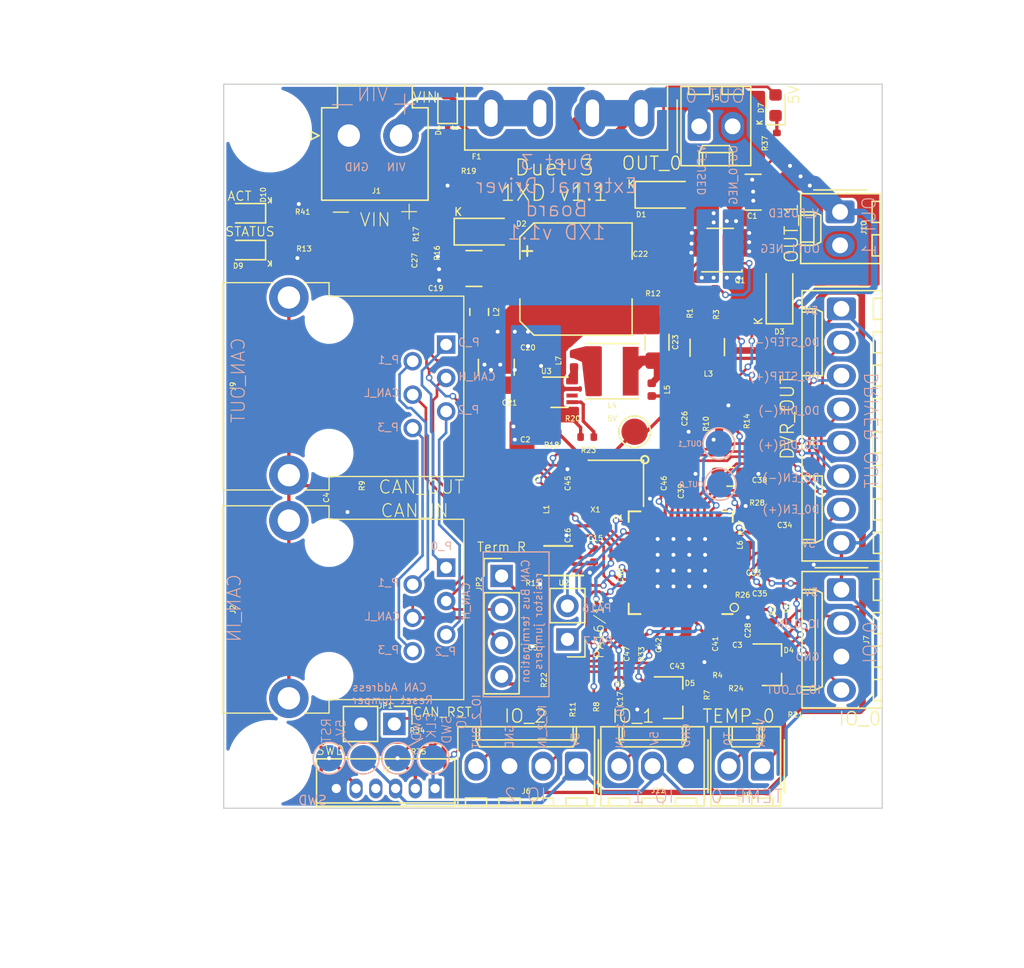
<source format=kicad_pcb>
(kicad_pcb (version 20211014) (generator pcbnew)
  (title_block (title "Duet 3 Expansion - 1XD") (date "2022-12-08") (rev "1.1") (company "Duet3D"))
  (layers (0 "F.Cu" signal) (31 "B.Cu" mixed) (34 "B.Paste" user) (35 "F.Paste" user) (36 "B.SilkS" user "B.Silkscreen") (37 "F.SilkS" user "F.Silkscreen") (38 "B.Mask" user) (39 "F.Mask" user) (44 "Edge.Cuts" user))
  (net 0 "")
  (net 1 "CAN_L")
  (net 2 "CAN_H")
  (net 3 "5V")
  (net 4 "V_IN")
  (net 5 "SWDIO")
  (net 6 "SWDCLK")
  (net 7 "RESET")
  (net 8 "/Processor/XOUT")
  (net 9 "/Processor/XIN")
  (net 10 "OUT_0")
  (net 11 "Net-(D6-Pad1)")
  (net 12 "VSSA")
  (net 13 "THERMISTOR_0")
  (net 14 "TEMP_0")
  (net 15 "IO_0_IN")
  (net 16 "IO_1_IN")
  (net 17 "IO_1")
  (net 18 "BOARD_TYPE")
  (net 19 "IO_0")
  (net 20 "OUT_0_NEG")
  (net 21 "CAN0_TX")
  (net 22 "CAN0_RX")
  (net 23 "LED0")
  (net 24 "LED1")
  (net 25 "VIN_MON")
  (net 26 "IO_0_OUT")
  (net 29 "/Processor/VDDCORE")
  (net 30 "GND")
  (net 31 "Net-(D10-Pad1)")
  (net 32 "Net-(D9-Pad1)")
  (net 33 "/Processor/rst")
  (net 34 "/Processor/VDDANA_IN")
  (net 35 "/Processor/io0out")
  (net 36 "IO_2")
  (net 37 "IO_2_IN")
  (net 38 "JUMPER0")
  (net 46 "/Headers/CAN_SHD_GND")
  (net 47 "P_1")
  (net 48 "P_3")
  (net 49 "P_0")
  (net 50 "P_2")
  (net 51 "OUT_1_NEG")
  (net 52 "5V_INT")
  (net 53 "OUT_1")
  (net 54 "IO_2_OUT")
  (net 55 "V_FUSED")
  (net 56 "Net-(C5-Pad2)")
  (net 57 "Net-(C22-Pad2)")
  (net 58 "Net-(JP2-Pad4)")
  (net 59 "Net-(JP2-Pad1)")
  (net 60 "DRIVER_0_DIR_DN")
  (net 61 "DRIVER_0_STEP_DP")
  (net 62 "DRIVER_0_STEP_DN")
  (net 63 "/Processor/io2out")
  (net 65 "DRIVER_0_DIR_DP")
  (net 66 "DRIVER_0_EN_DN")
  (net 67 "DRIVER_0_EN_DP")
  (net 68 "/Power,IO,FETs,Comms/5VCC")
  (net 69 "/Power,IO,FETs,Comms/L2in")
  (net 70 "/Power,IO,FETs,Comms/U3VIN")
  (net 71 "/Power,IO,FETs,Comms/5VOUT")
  (net 73 "/Power,IO,FETs,Comms/CANL_C")
  (net 74 "/Power,IO,FETs,Comms/CANH_C")
  (net 75 "/Power,IO,FETs,Comms/L4_IN")
  (net 76 "/Power,IO,FETs,Comms/5V_LX")
  (net 77 "/Power,IO,FETs,Comms/out1_g")
  (net 78 "/Power,IO,FETs,Comms/out0_g")
  (net 79 "/Power,IO,FETs,Comms/5V_FB")
  (net 80 "/Power,IO,FETs,Comms/5VMODE")
  (net 81 "PA17")
  (net 82 "PA16")
  (net 83 "BOARD_TYPE-Unused-reserved")
  (net 85 "Net-(D7-Pad1)")
  (footprint "TestPoint:TestPoint_Pad_D2.0mm" (layer "F.Cu") (at 51.2 121.4)
    (fp_text reference "TP2" hide)
    (fp_text value "5V")
  )
  (footprint "Resistor_SMD:R_0402_1005Metric_Wbry" (layer "F.Cu") (at 59.3 141.7 180)
    (fp_text reference "R24")
    (fp_text value "10K" hide)
  )
  (footprint "Resistor_SMD:R_0402_1005Metric_Wbry" (layer "F.Cu") (at 55.4 111.1 -90)
    (fp_text reference "R1")
    (fp_text value "470R" hide)
  )
  (footprint "Resistor_SMD:R_0402_1005Metric_Wbry" (layer "F.Cu") (at 62.8 136.3 90)
    (fp_text reference "R6")
    (fp_text value "27K" hide)
  )
  (footprint "Resistor_SMD:R_0402_1005Metric_Wbry" (layer "F.Cu") (at 57.3 111 -90)
    (fp_text reference "R3")
    (fp_text value "470R" hide)
  )
  (footprint "Resistor_SMD:R_0402_1005Metric_Wbry" (layer "F.Cu") (at 57.6 141.5 -90)
    (fp_text reference "R7")
    (fp_text value "27K" hide)
  )
  (footprint "Resistor_SMD:R_0402_1005Metric_Wbry" (layer "F.Cu") (at 51.375 140.7 180)
    (fp_text reference "R5")
    (fp_text value "10K" hide)
  )
  (footprint "Resistor_SMD:R_0402_1005Metric_Wbry" (layer "F.Cu") (at 61.7 136.3 -90)
    (fp_text reference "R2")
    (fp_text value "10K" hide)
  )
  (footprint "Package_TO_SOT_SMD:SOT-23" (layer "F.Cu") (at 61.6 139.1)
    (fp_text reference "D4")
    (fp_text value "BAT54C")
  )
  (footprint "Package_SON:Fairchild_DualPower33-6_3x3mm" (layer "F.Cu") (at 57.7 107.6 180)
    (fp_text reference "Q1")
    (fp_text value "Q_DUAL_NMOS")
  )
  (footprint "MountingHole:MountingHole_3.2mm_M3" (layer "F.Cu") (at 66.5 146.5)
    (fp_text reference "M6" hide)
    (fp_text value "MOUNTING" hide)
  )
  (footprint "MountingHole:MountingHole_3.2mm_M3" (layer "F.Cu") (at 23.5 98.5)
    (fp_text reference "M5" hide)
    (fp_text value "MOUNTING" hide)
  )
  (footprint "MountingHole:MountingHole_3.2mm_M3" (layer "F.Cu") (at 66.5 98.5)
    (fp_text reference "M4" hide)
    (fp_text value "MOUNTING" hide)
  )
  (footprint "MountingHole:MountingHole_3.2mm_M3" (layer "F.Cu") (at 23.5 146.5)
    (fp_text reference "M3" hide)
    (fp_text value "MOUNTING" hide)
  )
  (footprint "Fiducial:Fiducial_1mm_Mask2mm" (layer "F.Cu") (at 40.2 120.4)
    (fp_text reference "M2" hide)
    (fp_text value "FID")
  )
  (footprint "Connector_Molex:Molex_KK-254_AE-6410-02A_1x02_P2.54mm_Vertical" (layer "F.Cu") (at 56.1 98.2)
    (fp_text reference "J5")
    (fp_text value "OUT_0")
  )
  (footprint "Resistor_SMD:R_0603_1608Metric_Wbry" (layer "F.Cu") (at 61.85 141.8 180)
    (fp_text reference "R21")
    (fp_text value "2K2 0.1% 0.2W" hide)
  )
  (footprint "Fiducial:Fiducial_1mm_Mask2mm" (layer "F.Cu") (at 64.4 140.3)
    (fp_text reference "M7" hide)
    (fp_text value "FID")
  )
  (footprint "Connector_Molex:Molex_KK-254_AE-6410-08A_1x08_P2.54mm_Vertical" (layer "F.Cu") (at 66.9 112.06 -90)
    (fp_text reference "J4")
    (fp_text value "DVR_OUT")
  )
  (footprint "Connector_Molex:Molex_KK-254_AE-6410-02A_1x02_P2.54mm_Vertical" (layer "F.Cu") (at 60.9 146.8 180)
    (fp_text reference "J8")
    (fp_text value "TEMP_0")
  )
  (footprint "Connector_JST:JST_VH_B2P-VH_1x02_P3.96mm_Vertical" (layer "F.Cu") (at 29.5 98.9)
    (fp_text reference "J1")
    (fp_text value "VIN")
  )
  (footprint "Resistor_SMD:R_0402_1005Metric_Wbry" (layer "F.Cu") (at 58.82 120.7 90)
    (fp_text reference "R14")
    (fp_text value "4K7" hide)
  )
  (footprint "Resistor_SMD:R_0402_1005Metric_Wbry" (layer "F.Cu") (at 60.2 134.6 180)
    (fp_text reference "R26")
    (fp_text value "470R" hide)
  )
  (footprint "Capacitor_SMD:C_1210_3225Metric" (layer "F.Cu") (at 60.2 103.2 180)
    (fp_text reference "C1")
    (fp_text value "2u2 100V")
  )
  (footprint "Capacitor_SMD:C_0603_1608Metric_Wbry" (layer "F.Cu") (at 43.1 120.2 -90)
    (fp_text reference "C2")
    (fp_text value "1u 16V" hide)
  )
  (footprint "Capacitor_SMD:C_0402_1005Metric_Wbry" (layer "F.Cu") (at 59 136.3 90)
    (fp_text reference "C3")
    (fp_text value "2n2 10V" hide)
  )
  (footprint "Capacitor_SMD:C_0402_1005Metric_Wbry" (layer "F.Cu") (at 51.4 141.8 180)
    (fp_text reference "C17")
    (fp_text value "2n2 10V" hide)
  )
  (footprint "Capacitor_SMD:C_1210_3225Metric" (layer "F.Cu") (at 39 109 180)
    (fp_text reference "C19")
    (fp_text value "2u2 100V")
  )
  (footprint "Capacitor_SMD:C_0603_1608Metric_Wbry" (layer "F.Cu") (at 43.1 116.9 90)
    (fp_text reference "C20")
    (fp_text value "0u1 100V" hide)
  )
  (footprint "Capacitor_SMD:C_1210_3225Metric" (layer "F.Cu") (at 40.7 116.5 90)
    (fp_text reference "C21")
    (fp_text value "2u2 100V")
  )
  (footprint "Capacitor_SMD:CP_Elec_8x10" (layer "F.Cu") (at 46.75 109.8)
    (fp_text reference "C22")
    (fp_text value "22u 100V")
  )
  (footprint "Capacitor_SMD:C_1206_3216Metric" (layer "F.Cu") (at 52.9 114.6 90)
    (fp_text reference "C23")
    (fp_text value "10u 16V")
  )
  (footprint "Capacitor_SMD:C_0603_1608Metric_Wbry" (layer "F.Cu") (at 54 120.4 -90)
    (fp_text reference "C26")
    (fp_text value "1u 16V" hide)
  )
  (footprint "Capacitor_SMD:C_0402_1005Metric_Wbry" (layer "F.Cu") (at 60.6 136.3 90)
    (fp_text reference "C28")
    (fp_text value "2n2 10V" hide)
  )
  (footprint "Package_TO_SOT_SMD:SOT-23" (layer "F.Cu") (at 54.1 141.6)
    (fp_text reference "D5")
    (fp_text value "BAT54C")
  )
  (footprint "LED_SMD:LED_0603_1608Metric" (layer "F.Cu") (at 37 96.5 90)
    (fp_text reference "D6")
    (fp_text value "VIN")
  )
  (footprint "LED_SMD:LED_0603_1608Metric" (layer "F.Cu") (at 61.9 96.6 90)
    (fp_text reference "D7")
    (fp_text value "5V")
  )
  (footprint "Connector_Molex:Molex_KK-254_AE-6410-04A_1x04_P2.54mm_Vertical" (layer "F.Cu") (at 46.78 146.8 180)
    (fp_text reference "J6")
    (fp_text value "IO_2")
  )
  (footprint "Connector_Molex:Molex_KK-254_AE-6410-04A_1x04_P2.54mm_Vertical" (layer "F.Cu") (at 66.9 133.4 -90)
    (fp_text reference "J7")
    (fp_text value "IO_0")
  )
  (footprint "Connector_PinHeader_2.54mm:PinHeader_1x02_P2.54mm_Vertical" (layer "F.Cu") (at 32.96 143.6 -90)
    (fp_text reference "JP1")
    (fp_text value "CAN_RST")
  )
  (footprint "Inductor_SMD:L_0805_2012Metric" (layer "F.Cu") (at 39.4 112.3 -90)
    (fp_text reference "L2")
    (fp_text value "4.7uH")
  )
  (footprint "Inductor_SMD:L_Taiyo-Yuden_NR-40xx" (layer "F.Cu") (at 49.5 116.8)
    (fp_text reference "L4")
    (fp_text value "47u")
  )
  (footprint "Resistor_SMD:R_0402_1005Metric_Wbry" (layer "F.Cu") (at 58.9 140 180)
    (fp_text reference "R4")
    (fp_text value "10K" hide)
  )
  (footprint "Resistor_SMD:R_0402_1005Metric_Wbry" (layer "F.Cu") (at 49.1 142.4 -90)
    (fp_text reference "R8")
    (fp_text value "27K" hide)
  )
  (footprint "Resistor_SMD:R_0402_1005Metric_Wbry" (layer "F.Cu") (at 44.9 121.5 180)
    (fp_text reference "R18")
    (fp_text value "487K" hide)
  )
  (footprint "Resistor_SMD:R_0805_2012Metric" (layer "F.Cu") (at 37 100.6 -90)
    (fp_text reference "R19")
    (fp_text value "10K 0.33W")
  )
  (footprint "Resistor_SMD:R_0402_1005Metric_Wbry" (layer "F.Cu") (at 44.9 120.3)
    (fp_text reference "R20")
    (fp_text value "107K" hide)
  )
  (footprint "Resistor_SMD:R_0402_1005Metric_Wbry" (layer "F.Cu") (at 62 99.2 -90)
    (fp_text reference "R37")
    (fp_text value "2K2" hide)
  )
  (footprint "Package_DFN_QFN:DFN-8_2x2mm_P0.5mm" (layer "F.Cu") (at 45.5 118.4)
    (fp_text reference "U3")
    (fp_text value "MAX15062C")
  )
  (footprint "Diode_SMD:D_SMF" (layer "F.Cu") (at 53.64 103.4)
    (fp_text reference "D1")
    (fp_text value "100V+ 1A+")
  )
  (footprint "complib:RJ11_6P6C_half_shield" (layer "F.Cu") (at 28 134.9 -90)
    (fp_text reference "J2")
    (fp_text value "CAN_IN")
  )
  (footprint "Capacitor_SMD:C_0402_1005Metric_Wbry" (layer "F.Cu") (at 28.6 126 -90)
    (fp_text reference "C4")
    (fp_text value "0u01 25V" hide)
  )
  (footprint "Resistor_SMD:R_0402_1005Metric_Wbry" (layer "F.Cu") (at 29.7 126 -90)
    (fp_text reference "R9")
    (fp_text value "100K" hide)
  )
  (footprint "complib:RJ11_6P6C_half_shield" (layer "F.Cu") (at 28 117.95 -90)
    (fp_text reference "J9")
    (fp_text value "CAN_OUT")
  )
  (footprint "Resistor_SMD:R_0402_1005Metric_Wbry" (layer "F.Cu") (at 36.6 106.3 -90)
    (fp_text reference "R16")
    (fp_text value "60K4" hide)
  )
  (footprint "Capacitor_SMD:C_0402_1005Metric_Wbry" (layer "F.Cu") (at 35.4 108.4 -90)
    (fp_text reference "C27")
    (fp_text value "0u01 25V" hide)
  )
  (footprint "Resistor_SMD:R_0402_1005Metric_Wbry" (layer "F.Cu") (at 35.4 106.3 -90)
    (fp_text reference "R17")
    (fp_text value "4K7" hide)
  )
  (footprint "Package_DFN_QFN:QFN-48-1EP_7x7mm_P0.5mm_EP5.2x5.2mm_ThermalVias" (layer "F.Cu") (at 54.75 131.35 180)
    (fp_text reference "U1")
    (fp_text value "ATSAMC21G18A")
  )
  (footprint "complib:Crystal_SMD_ECS-33B-4Pin_3.2x2.5mm" (layer "F.Cu") (at 49.776372 125.31641 180)
    (fp_text reference "X1")
    (fp_text value "CRYSTAL_4PIN")
  )
  (footprint "Resistor_SMD:R_0402_1005Metric_Wbry" (layer "F.Cu") (at 60.6 127.7 180)
    (fp_text reference "R28")
    (fp_text value "4K7" hide)
  )
  (footprint "Resistor_SMD:R_0402_1005Metric_Wbry" (layer "F.Cu") (at 36.3 144 180)
    (fp_text reference "R34")
    (fp_text value "1K" hide)
  )
  (footprint "Capacitor_SMD:C_0805_2012Metric" (layer "F.Cu") (at 58.466372 124.82641)
    (fp_text reference "C38")
    (fp_text value "10u 10V")
  )
  (footprint "Capacitor_SMD:C_0402_1005Metric_Wbry" (layer "F.Cu") (at 55.626372 125.81641 90)
    (fp_text reference "C39")
    (fp_text value "0u1 10V" hide)
  )
  (footprint "Capacitor_SMD:C_0402_1005Metric_Wbry" (layer "F.Cu") (at 44.725 129.275)
    (fp_text reference "C16")
    (fp_text value "0u1 10V" hide)
  )
  (footprint "Resistor_SMD:R_0402_1005Metric_Wbry" (layer "F.Cu") (at 51.65 136.71641 -90)
    (fp_text reference "R33")
    (fp_text value "10K" hide)
  )
  (footprint "Capacitor_SMD:C_0402_1005Metric_Wbry" (layer "F.Cu") (at 50.126372 134.31641 90)
    (fp_text reference "C40")
    (fp_text value "0u1 10V" hide)
  )
  (footprint "Capacitor_SMD:C_0402_1005Metric_Wbry" (layer "F.Cu") (at 62.226372 133.71641)
    (fp_text reference "C35")
    (fp_text value "2u2 16V" hide)
  )
  (footprint "Inductor_SMD:L_0402_1005Metric" (layer "F.Cu") (at 60.415 130 180)
    (fp_text reference "L6")
    (fp_text value "120R @100Mhz")
  )
  (footprint "Resistor_SMD:R_0402_1005Metric_Wbry" (layer "F.Cu") (at 60.5 128.9 180)
    (fp_text reference "R27")
    (fp_text value "4K7" hide)
  )
  (footprint "Capacitor_SMD:C_0402_1005Metric_Wbry" (layer "F.Cu") (at 47.026372 124.91641 90)
    (fp_text reference "C45")
    (fp_text value "22p" hide)
  )
  (footprint "Capacitor_SMD:C_0805_2012Metric" (layer "F.Cu") (at 62.5 130.6 -90)
    (fp_text reference "C34")
    (fp_text value "10u 10V")
  )
  (footprint "Capacitor_SMD:C_0402_1005Metric_Wbry" (layer "F.Cu") (at 56.526372 137.51641 -90)
    (fp_text reference "C41")
    (fp_text value "0u1 10V" hide)
  )
  (footprint "Capacitor_SMD:C_0603_1608Metric_Wbry" (layer "F.Cu") (at 55.126372 137.36641 -90)
    (fp_text reference "C43")
    (fp_text value "1u 16V" hide)
  )
  (footprint "Capacitor_SMD:C_0402_1005Metric_Wbry" (layer "F.Cu") (at 60.226372 131.31641)
    (fp_text reference "C33")
    (fp_text value "0u1 10V" hide)
  )
  (footprint "Capacitor_SMD:C_0402_1005Metric_Wbry" (layer "F.Cu") (at 50.526372 136.71641 90)
    (fp_text reference "C47")
    (fp_text value "2n2 10V" hide)
  )
  (footprint "Capacitor_SMD:C_0402_1005Metric_Wbry" (layer "F.Cu") (at 53.826372 137.31641 90)
    (fp_text reference "C42")
    (fp_text value "0u1 10V" hide)
  )
  (footprint "Package_DFN_QFN:DFN-8-1EP_3x2mm_P0.5mm_EP1.3x1.5mm" (layer "F.Cu") (at 45.4 131.2 180)
    (fp_text reference "U2")
    (fp_text value "MCP2542")
  )
  (footprint "Resistor_SMD:R_0402_1005Metric_Wbry" (layer "F.Cu") (at 24.4 104.7)
    (fp_text reference "R41")
    (fp_text value "470R" hide)
  )
  (footprint "Resistor_SMD:R_0402_1005Metric_Wbry" (layer "F.Cu") (at 24.5 107.5)
    (fp_text reference "R13")
    (fp_text value "2K2" hide)
  )
  (footprint "Capacitor_SMD:C_0402_1005Metric_Wbry" (layer "F.Cu") (at 52.526372 125.21641 -90)
    (fp_text reference "C46")
    (fp_text value "22p" hide)
  )
  (footprint "NetTie:NetTie-2_SMD_Pad0.5mm" (layer "F.Cu") (at 63.6 131.5)
    (fp_text reference "NT1" hide)
    (fp_text value "GNDANA-GND NET TIE")
  )
  (footprint "complib:Wurth_CM_Choke_1812_744235nnn" (layer "F.Cu") (at 41.1 127.3 180)
    (fp_text reference "L1")
    (fp_text value "CM Choke" hide)
  )
  (footprint "Capacitor_SMD:C_0402_1005Metric_Wbry" (layer "F.Cu") (at 48.125 130.775 -90)
    (fp_text reference "C15")
    (fp_text value "0u1 10V" hide)
  )
  (footprint "LED_SMD:LED_0603_1608Metric" (layer "F.Cu") (at 21.7 107.6 180)
    (fp_text reference "D9")
    (fp_text value "STATUS")
  )
  (footprint "LED_SMD:LED_0603_1608Metric" (layer "F.Cu") (at 21.7 104.8 180)
    (fp_text reference "D10")
    (fp_text value "ACT")
  )
  (footprint "Connector_Molex:Molex_KK-254_AE-6410-02A_1x02_P2.54mm_Vertical" (layer "F.Cu") (at 66.8 104.7 -90)
    (fp_text reference "J10")
    (fp_text value "OUT_1")
  )
  (footprint "Inductor_SMD:L_1008_2512Metric" (layer "F.Cu") (at 56.72 115 90)
    (fp_text reference "L3")
    (fp_text value "10uH")
  )
  (footprint "Resistor_SMD:R_0402_1005Metric_Wbry" (layer "F.Cu") (at 57.62 120.7 90)
    (fp_text reference "R10")
    (fp_text value "4K7" hide)
  )
  (footprint "Resistor_SMD:R_0402_1005Metric_Wbry" (layer "F.Cu") (at 47.4 142.4 90)
    (fp_text reference "R11")
    (fp_text value "470R" hide)
  )
  (footprint "Resistor_SMD:R_0402_1005Metric_Wbry" (layer "F.Cu") (at 36.3 145.4)
    (fp_text reference "R35")
    (fp_text value "1K" hide)
  )
  (footprint "complib:MCCQ-122-minibladefuseholder" (layer "F.Cu") (at 40.3 97.2)
    (fp_text reference "F1")
    (fp_text value "Mini Blade Fuse" hide)
  )
  (footprint "Connector_PinHeader_2.54mm:PinHeader_1x04_P2.54mm_Vertical" (layer "F.Cu") (at 41.1 132.36)
    (fp_text reference "JP2")
    (fp_text value "Term_R")
  )
  (footprint "Resistor_SMD:R_0402_1005Metric_Wbry" (layer "F.Cu") (at 52.8 109.6 -90)
    (fp_text reference "R12")
    (fp_text value "0R5" hide)
  )
  (footprint "Resistor_SMD:R_0402_1005Metric_Wbry" (layer "F.Cu") (at 43.5 134.16 -90)
    (fp_text reference "R15")
    (fp_text value "59R 1%" hide)
  )
  (footprint "Resistor_SMD:R_0402_1005Metric_Wbry" (layer "F.Cu") (at 43.4 140.06 -90)
    (fp_text reference "R22")
    (fp_text value "59R 1%" hide)
  )
  (footprint "Resistor_SMD:R_0402_1005Metric_Wbry" (layer "F.Cu") (at 47.6 121.8 180)
    (fp_text reference "R23")
    (fp_text value "0R" hide)
  )
  (footprint "Diode_SMD:D_SMF" (layer "F.Cu") (at 39.9 106.2)
    (fp_text reference "D2")
    (fp_text value "100V+ 1A+")
  )
  (footprint "Diode_SMD:D_SMF" (layer "F.Cu") (at 62.2 110.8 90)
    (fp_text reference "D3")
    (fp_text value "100V+ 1A+")
  )
  (footprint "Inductor_SMD:L_0402_1005Metric" (layer "F.Cu") (at 46.6 116 90)
    (fp_text reference "L7")
    (fp_text value "120R @100Mhz")
  )
  (footprint "Inductor_SMD:L_0402_1005Metric" (layer "F.Cu") (at 52.5 118.2 -90)
    (fp_text reference "L5")
    (fp_text value "120R @100Mhz")
  )
  (footprint "Capacitor_SMD:C_0402_1005Metric_Wbry" (layer "F.Cu") (at 43.47 136.36 90)
    (fp_text reference "C5")
    (fp_text value "0u01 25V" hide)
  )
  (footprint "Connector_Molex:Molex_KK-254_AE-6410-03A_1x03_P2.54mm_Vertical" (layer "F.Cu") (at 55.1 146.8 180)
    (fp_text reference "J11")
    (fp_text value "IO_1")
  )
  (footprint "complib:JST_ZH_1x06_P1.5_B6B-ZR-SM4-TF" (layer "F.Cu") (at 32.3 148.5)
    (fp_text reference "J3")
    (fp_text value "SWD")
  )
  (footprint "Connector_PinHeader_2.54mm:PinHeader_1x02_P2.54mm_Vertical" (layer "F.Cu") (at 46.1 137.175 180)
    (fp_text reference "JP3" hide)
    (fp_text value "PA16/17")
  )
  (footprint "TestPoint:TestPoint_Pad_D2.0mm" (layer "B.Cu") (at 57.7 125.4)
    (fp_text reference "TP1" hide)
    (fp_text value "OUT_0")
  )
  (footprint "TestPoint:TestPoint_Pad_D2.0mm" (layer "B.Cu") (at 57.6 122.3)
    (fp_text reference "TP3" hide)
    (fp_text value "OUT_1")
  )
  (footprint "TestPoint:TestPoint_Pad_D2.0mm" (layer "B.Cu") (at 35.9 146.2)
    (fp_text reference "TP4" hide)
    (fp_text value "SWDIO" hide)
  )
  (footprint "TestPoint:TestPoint_Pad_D2.0mm" (layer "B.Cu") (at 33.2 146.2)
    (fp_text reference "TP5" hide)
    (fp_text value "SWDCLK" hide)
  )
  (footprint "TestPoint:TestPoint_Pad_D2.0mm" (layer "B.Cu") (at 30.6 146.2)
    (fp_text reference "TP6" hide)
    (fp_text value "5V")
  )
  (footprint "TestPoint:TestPoint_Pad_D2.0mm" (layer "B.Cu") (at 28 146.2)
    (fp_text reference "TP7" hide)
    (fp_text value "RST")
  )
  (gr_line (start 44.7 130.53) (end 39.7 130.53) (layer "B.SilkS") (width 0.1))
  (gr_line (start 39.7 130.53) (end 39.7 141.53) (layer "B.SilkS") (width 0.1))
  (gr_line (start 35.1 144.7) (end 34 145.3) (layer "B.SilkS") (width 0.1))
  (gr_line (start 44.7 141.53) (end 44.7 130.53) (layer "B.SilkS") (width 0.1))
  (gr_line (start 29 144.5) (end 29.7 145.3) (layer "B.SilkS") (width 0.1))
  (gr_line (start 39.7 141.53) (end 44.7 141.53) (layer "B.SilkS") (width 0.1))
  (gr_line (start 20 150) (end 70 150) (layer "Edge.Cuts") (width 0.1))
  (gr_line (start 20 150) (end 20 95) (layer "Edge.Cuts") (width 0.1))
  (gr_line (start 70 95) (end 70 150) (layer "Edge.Cuts") (width 0.1))
  (gr_line (start 20 95) (end 70 95) (layer "Edge.Cuts") (width 0.1))
  (gr_text "IO 2" (at 42.9 149) (layer "B.SilkS") (effects (font (size 1 1) (thickness 0.08)) (justify mirror)))
  (gr_text "IO_2_OUT" (at 39.2 141.3 90) (layer "B.SilkS") (effects (font (size 0.6 0.6) (thickness 0.08)) (justify left mirror)))
  (gr_text "GND" (at 41.7 143.6 90) (layer "B.SilkS") (effects (font (size 0.6 0.6) (thickness 0.08)) (justify left mirror)))
  (gr_text "IO_2_IN" (at 44.2 142.1 90) (layer "B.SilkS") (effects (font (size 0.6 0.6) (thickness 0.08)) (justify left mirror)))
  (gr_text "5V" (at 46.7 144.2 90) (layer "B.SilkS") (effects (font (size 0.6 0.6) (thickness 0.08)) (justify left mirror)))
  (gr_text "VSSA" (at 60.8 145.4 90) (layer "B.SilkS") (effects (font (size 0.6 0.6) (thickness 0.08)) (justify right mirror)))
  (gr_text "T0" (at 58.3 145.3 90) (layer "B.SilkS") (effects (font (size 0.6 0.6) (thickness 0.08)) (justify right mirror)))
  (gr_text "V_FUSED" (at 61.3 104.8) (layer "B.SilkS") (effects (font (size 0.6 0.6) (thickness 0.08)) (justify right mirror)))
  (gr_text "OUT1_NEG" (at 60.7 107.5) (layer "B.SilkS") (effects (font (size 0.6 0.6) (thickness 0.08)) (justify right mirror)))
  (gr_text "CAN_L" (at 33.39 118.45) (layer "B.SilkS") (effects (font (size 0.6 0.6) (thickness 0.08)) (justify left mirror)))
  (gr_text "CAN_H" (at 40.71 117.21) (layer "B.SilkS") (effects (font (size 0.6 0.6) (thickness 0.08)) (justify left mirror)))
  (gr_text "CAN_H" (at 38.4 132.8 90) (layer "B.SilkS") (effects (font (size 0.6 0.6) (thickness 0.08)) (justify left mirror)))
  (gr_text "CAN_L" (at 33.43 135.43) (layer "B.SilkS") (effects (font (size 0.6 0.6) (thickness 0.08)) (justify left mirror)))
  (gr_text "+" (at 33.9 97.8 270) (layer "B.SilkS") (effects (font (size 2 2) (thickness 0.08)) (justify left mirror)))
  (gr_text "-" (at 30.3 96.4) (layer "B.SilkS") (effects (font (size 2 2) (thickness 0.08)) (justify left mirror)))
  (gr_text "VIN   GND" (at 31.5 101.3) (layer "B.SilkS") (effects (font (size 0.6 0.6) (thickness 0.08)) (justify mirror)))
  (gr_text "OUT 1" (at 69 105.8 90) (layer "B.SilkS") (effects (font (size 1 1) (thickness 0.08)) (justify mirror)))
  (gr_text "TEMP 0" (at 56.9 149.1) (layer "B.SilkS") (effects (font (size 1 1) (thickness 0.08)) (justify right mirror)))
  (gr_text "SWD" (at 25.6 149.4) (layer "B.SilkS") (effects (font (size 0.7 0.7) (thickness 0.09)) (justify right mirror)))
  (gr_text "5V" (at 65.02 129.9) (layer "B.SilkS") (effects (font (size 0.6 0.6) (thickness 0.08)) (justify left mirror)))
  (gr_text "IO 0" (at 69 137.4 270) (layer "B.SilkS") (effects (font (size 1 1) (thickness 0.08)) (justify mirror)))
  (gr_text "DRIVER OUT" (at 69.2 121.3 90) (layer "B.SilkS") (effects (font (size 1 1) (thickness 0.08)) (justify mirror)))
  (gr_text "5V" (at 65.2 112.2) (layer "B.SilkS") (effects (font (size 0.6 0.6) (thickness 0.08)) (justify left mirror)))
  (gr_text "D0_STEP(-)" (at 65.3 114.6) (layer "B.SilkS") (effects (font (size 0.6 0.6) (thickness 0.08)) (justify left mirror)))
  (gr_text "D0_DIR(-)" (at 65.3 119.8) (layer "B.SilkS") (effects (font (size 0.6 0.6) (thickness 0.08)) (justify left mirror)))
  (gr_text "D0_EN(-)" (at 65.3 124.9) (layer "B.SilkS") (effects (font (size 0.6 0.6) (thickness 0.08)) (justify left mirror)))
  (gr_text "P_2" (at 37.7 138.1) (layer "B.SilkS") (effects (font (size 0.6 0.6) (thickness 0.08)) (justify left mirror)))
  (gr_text "P_3" (at 33.37 137.98) (layer "B.SilkS") (effects (font (size 0.6 0.6) (thickness 0.08)) (justify left mirror)))
  (gr_text "P_1" (at 33.35 132.86) (layer "B.SilkS") (effects (font (size 0.6 0.6) (thickness 0.08)) (justify left mirror)))
  (gr_text "P_0" (at 37.4 130.1) (layer "B.SilkS") (effects (font (size 0.6 0.6) (thickness 0.08)) (justify left mirror)))
  (gr_text "P_3" (at 33.35 121.07) (layer "B.SilkS") (effects (font (size 0.6 0.6) (thickness 0.08)) (justify left mirror)))
  (gr_text "P_2" (at 39.46 119.74) (layer "B.SilkS") (effects (font (size 0.6 0.6) (thickness 0.08)) (justify left mirror)))
  (gr_text "P_1" (at 33.38 115.94) (layer "B.SilkS") (effects (font (size 0.6 0.6) (thickness 0.08)) (justify left mirror)))
  (gr_text "P_0" (at 39.49 114.61) (layer "B.SilkS") (effects (font (size 0.6 0.6) (thickness 0.08)) (justify left mirror)))
  (gr_text "OUT 0" (at 57.3 95.9) (layer "B.SilkS") (effects (font (size 1 1) (thickness 0.08)) (justify mirror)))
  (gr_text "OUT0_NEG" (at 58.7 104.2 90) (layer "B.SilkS") (effects (font (size 0.6 0.6) (thickness 0.08)) (justify right mirror)))
  (gr_text "V_FUSED" (at 56.3 103.5 90) (layer "B.SilkS") (effects (font (size 0.6 0.6) (thickness 0.08)) (justify right mirror)))
  (gr_text "CAN Address\n Reset Jumper" (at 29.7 141.3) (layer "B.SilkS") (effects (font (size 0.6 0.6) (thickness 0.08)) (justify right mirror)))
  (gr_text "CAN Bus termination\nresistor jumpers" (at 43.4 135.8 90) (layer "B.SilkS") (effects (font (size 0.6 0.6) (thickness 0.08)) (justify mirror)))
  (gr_text "VIN" (at 31.3 95.8) (layer "B.SilkS") (effects (font (size 1 1) (thickness 0.08)) (justify mirror)))
  (gr_text "CAN_OUT" (at 21.1 117.5 90) (layer "B.SilkS") (effects (font (size 1 1) (thickness 0.08)) (justify mirror)))
  (gr_text "CAN_IN" (at 20.8 134.8 90) (layer "B.SilkS") (effects (font (size 1 1) (thickness 0.08)) (justify mirror)))
  (gr_text "IO 1" (at 52.6 149.1) (layer "B.SilkS") (effects (font (size 1 1) (thickness 0.08)) (justify mirror)))
  (gr_text "5V" (at 52.7 144.1 90) (layer "B.SilkS") (effects (font (size 0.6 0.6) (thickness 0.08)) (justify left mirror)))
  (gr_text "GND" (at 55.1 143.5 90) (layer "B.SilkS") (effects (font (size 0.6 0.6) (thickness 0.08)) (justify left mirror)))
  (gr_text "IO_1_IN" (at 50.1 142.1 90) (layer "B.SilkS") (effects (font (size 0.6 0.6) (thickness 0.08)) (justify left mirror)))
  (gr_text "5V" (at 65.2 133.6) (layer "B.SilkS") (effects (font (size 0.6 0.6) (thickness 0.08)) (justify left mirror)))
  (gr_text "GND" (at 65.3 138.5) (layer "B.SilkS") (effects (font (size 0.6 0.6) (thickness 0.08)) (justify left mirror)))
  (gr_text "IO_0_OUT" (at 65.4 141) (layer "B.SilkS") (effects (font (size 0.6 0.6) (thickness 0.08)) (justify left mirror)))
  (gr_text "IO_0_IN" (at 65.3 136) (layer "B.SilkS") (effects (font (size 0.6 0.6) (thickness 0.08)) (justify left mirror)))
  (gr_text "D0_STEP(+)" (at 65.3 117.2) (layer "B.SilkS") (effects (font (size 0.6 0.6) (thickness 0.08)) (justify left mirror)))
  (gr_text "D0_DIR(+)" (at 65.3 122.4) (layer "B.SilkS") (effects (font (size 0.6 0.6) (thickness 0.08)) (justify left mirror)))
  (gr_text "D0_EN(+)" (at 65.3 127.3) (layer "B.SilkS") (effects (font (size 0.6 0.6) (thickness 0.08)) (justify left mirror)))
  (gr_text "PA17" (at 49.6 137.3) (layer "B.SilkS") (effects (font (size 0.6 0.6) (thickness 0.08)) (justify left mirror)))
  (gr_text "PA16" (at 49.5 134.8) (layer "B.SilkS") (effects (font (size 0.6 0.6) (thickness 0.08)) (justify left mirror)))
  (gr_text "SWD\nCLK" (at 35.2 142.7 90) (layer "B.SilkS") (effects (font (size 0.7 0.7) (thickness 0.07)) (justify left mirror)))
  (gr_text "SWD\nIO" (at 37.5 142.9 90) (layer "B.SilkS") (effects (font (size 0.7 0.7) (thickness 0.07)) (justify left mirror)))
  (gr_text "Duet 3\nExternal Driver\nBoard\n1XD v1.1" (at 45.27 103.6) (layer "B.SilkS") (effects (font (size 1.1 1.1) (thickness 0.1)) (justify mirror)))
  (gr_text "Duet 3\n1XD v1.1" (at 45.1 102.3) (layer "F.SilkS") (effects (font (size 1.2 1.2) (thickness 0.1))))
  (gr_text "+" (at 34.2 103.7 270) (layer "F.SilkS") (effects (font (size 1.5 1.5) (thickness 0.08)) (justify left)))
  (gr_text "-" (at 28.9 104.6) (layer "F.SilkS") (effects (font (size 1.5 1.5) (thickness 0.1))))
  (segment (start 37.590006 133) (end 39.275 131.315006) (width 0.2) (layer "F.Cu") (net 1))
  (segment (start 35.349511 124.949511) (end 37.1 126.7) (width 0.2) (layer "F.Cu") (net 1))
  (segment (start 34.35 134.545051) (end 35.895051 133) (width 0.2) (layer "F.Cu") (net 1))
  (segment (start 37.1 126.7) (end 37.1 127.3) (width 0.2) (layer "F.Cu") (net 1))
  (segment (start 39.195 135.535) (end 41.1 137.44) (width 0.25) (layer "F.Cu") (net 1))
  (segment (start 38.225 128.425) (end 39.275 128.425) (width 0.2) (layer "F.Cu") (net 1))
  (segment (start 34.35 135.535) (end 34.35 134.545051) (width 0.2) (layer "F.Cu") (net 1))
  (segment (start 34.35 135.535) (end 39.195 135.535) (width 0.25) (layer "F.Cu") (net 1))
  (segment (start 37.1 127.3) (end 38.225 128.425) (width 0.2) (layer "F.Cu") (net 1))
  (segment (start 35.895051 133) (end 37.590006 133) (width 0.2) (layer "F.Cu") (net 1))
  (segment (start 34.35 118.585) (end 35.349511 119.584511) (width 0.2) (layer "F.Cu") (net 1))
  (segment (start 35.349511 119.584511) (end 35.349511 124.949511) (width 0.2) (layer "F.Cu") (net 1))
  (segment (start 39.275 131.315006) (end 39.275 128.425) (width 0.2) (layer "F.Cu") (net 1))
  (segment (start 36.89 134.265) (end 37.525 134.9) (width 0.2) (layer "F.Cu") (net 2))
  (segment (start 40.149511 131.005489) (end 36.89 134.265) (width 0.2) (layer "F.Cu") (net 2))
  (segment (start 36.190001 118.709999) (end 36.190001 117.914999) (width 0.2) (layer "F.Cu") (net 2))
  (segment (start 39.275 126.175) (end 40.149511 127.049511) (width 0.2) (layer "F.Cu") (net 2))
  (segment (start 37.425 126.175) (end 39.275 126.175) (width 0.2) (layer "F.Cu") (net 2))
  (segment (start 35.890489 119.009511) (end 35.890489 124.713376) (width 0.2) (layer "F.Cu") (net 2))
  (segment (start 35.890489 124.713376) (end 37.388556 126.211444) (width 0.2) (layer "F.Cu") (net 2))
  (segment (start 37.525 134.9) (end 41.1 134.9) (width 0.2) (layer "F.Cu") (net 2))
  (segment (start 36.190001 117.914999) (end 36.89 117.215) (width 0.2) (layer "F.Cu") (net 2))
  (segment (start 37.388556 126.211444) (end 37.425 126.175) (width 0.2) (layer "F.Cu") (net 2))
  (segment (start 40.149511 127.049511) (end 40.149511 131.005489) (width 0.2) (layer "F.Cu") (net 2))
  (segment (start 36.190001 118.709999) (end 35.890489 119.009511) (width 0.2) (layer "F.Cu") (net 2))
  (segment (start 53.7 95.2) (end 53.4 95.5) (width 0.2) (layer "F.Cu") (net 3))
  (segment (start 45 123.4) (end 45.47499 122.92501) (width 0.2) (layer "F.Cu") (net 3))
  (segment (start 47.948165 130.098165) (end 47.878947 130.098165) (width 0.2) (layer "F.Cu") (net 3))
  (segment (start 43.9 125.1) (end 46.7 127.9) (width 0.2) (layer "F.Cu") (net 3))
  (segment (start 61.2875 95.2) (end 53.7 95.2) (width 0.2) (layer "F.Cu") (net 3))
  (segment (start 47.45 130.95) (end 46.85 130.95) (width 0.2) (layer "F.Cu") (net 3))
  (segment (start 53.95 119.55) (end 52.1 121.4) (width 0.25) (layer "F.Cu") (net 3))
  (segment (start 48.125 130.275) (end 47.948165 130.098165) (width 0.2) (layer "F.Cu") (net 3))
  (segment (start 46.7 127.9) (end 46.7 127.975001) (width 0.2) (layer "F.Cu") (net 3))
  (segment (start 51.2 121.4) (end 49.67499 122.92501) (width 0.25) (layer "F.Cu") (net 3))
  (segment (start 48.125 130.275) (end 47.45 130.95) (width 0.2) (layer "F.Cu") (net 3))
  (segment (start 56.82061 115.82439) (end 63.13561 115.82439) (width 0.25) (layer "F.Cu") (net 3))
  (segment (start 54.4 116.6) (end 55.075 115.925) (width 0.25) (layer "F.Cu") (net 3))
  (segment (start 49.67499 122.92501) (end 46.82501 122.92501) (width 0.25) (layer "F.Cu") (net 3))
  (segment (start 53.4 108.4) (end 54.4 109.4) (width 0.2) (layer "F.Cu") (net 3))
  (segment (start 63.13561 115.82439) (end 66.9 112.06) (width 0.25) (layer "F.Cu") (net 3))
  (segment (start 45.705457 121.805457) (end 45.4 121.5) (width 0.25) (layer "F.Cu") (net 3))
  (segment (start 54.4 119.15) (end 54.4 116.6) (width 0.25) (layer "F.Cu") (net 3))
  (segment (start 54 119.55) (end 54.4 119.15) (width 0.25) (layer "F.Cu") (net 3))
  (segment (start 46.82501 122.92501) (end 45.705457 121.805457) (width 0.25) (layer "F.Cu") (net 3))
  (segment (start 54 119.55) (end 53.95 119.55) (width 0.25) (layer "F.Cu") (net 3))
  (segment (start 45.47499 122.92501) (end 46.82501 122.92501) (width 0.2) (layer "F.Cu") (net 3))
  (segment (start 54.4 116.6) (end 54.4 109.4) (width 0.25) (layer "F.Cu") (net 3))
  (segment (start 56.72 115.925) (end 56.82061 115.82439) (width 0.25) (layer "F.Cu") (net 3))
  (segment (start 52.5 118.685) (end 53.135 118.685) (width 0.25) (layer "F.Cu") (net 3))
  (segment (start 61.9 95.8125) (end 61.2875 95.2) (width 0.2) (layer "F.Cu") (net 3))
  (segment (start 55.075 115.925) (end 56.72 115.925) (width 0.25) (layer "F.Cu") (net 3))
  (segment (start 52.1 121.4) (end 51.2 121.4) (width 0.25) (layer "F.Cu") (net 3))
  (segment (start 66.9 129.84) (end 66.9 133.7) (width 0.25) (layer "F.Cu") (net 3))
  (segment (start 53.135 118.685) (end 54 119.55) (width 0.25) (layer "F.Cu") (net 3))
  (segment (start 53.4 95.5) (end 53.4 108.4) (width 0.2) (layer "F.Cu") (net 3))
  (via (at 45 123.4) (size 0.5) (drill 0.3) (layers "F.Cu" "B.Cu") (net 3))
  (via (at 46.7 127.975001) (size 0.5) (drill 0.3) (layers "F.Cu" "B.Cu") (net 3))
  (via (at 47.878947 130.098165) (size 0.5) (drill 0.3) (layers "F.Cu" "B.Cu") (net 3))
  (via (at 43.9 125.1) (size 0.5) (drill 0.3) (layers "F.Cu" "B.Cu") (net 3))
  (segment (start 43.9 125.1) (end 45 124) (width 0.2) (layer "B.Cu") (net 3))
  (segment (start 69.5 141.4) (end 68.26 142.64) (width 0.25) (layer "B.Cu") (net 3))
  (segment (start 51.6 148.8) (end 48.78 148.8) (width 0.25) (layer "B.Cu") (net 3))
  (segment (start 47.878947 130.098165) (end 47.878947 129.153948) (width 0.2) (layer "B.Cu") (net 3))
  (segment (start 46.78 146.8) (end 45.840227 147.739773) (width 0.25) (layer "B.Cu") (net 3))
  (segment (start 33.05 148.75) (end 33.05 148.5) (width 0.25) (layer "B.Cu") (net 3))
  (segment (start 62.7 147.46) (end 61.36 148.8) (width 0.25) (layer "B.Cu") (net 3))
  (segment (start 69.4 128.9) (end 69.4 114.56) (width 0.25) (layer "B.Cu") (net 3))
  (segment (start 45.840227 147.739773) (end 45.840227 147.879773) (width 0.25) (layer "B.Cu") (net 3))
  (segment (start 66.9 133.7) (end 67.40035 133.7) (width 0.25) (layer "B.Cu") (net 3))
  (segment (start 47.878947 129.153948) (end 46.7 127.975001) (width 0.2) (layer "B.Cu") (net 3))
  (segment (start 68.46 129.84) (end 69.4 128.9) (width 0.25) (layer "B.Cu") (net 3))
  (segment (start 68.26 142.64) (end 63.98 142.64) (width 0.25) (layer "B.Cu") (net 3))
  (segment (start 45 124) (end 45 123.4) (width 0.2) (layer "B.Cu") (net 3))
  (segment (start 67.40035 133.7) (end 69.5 135.79965) (width 0.25) (layer "B.Cu") (net 3))
  (segment (start 45.840227 147.879773) (end 44.14499 149.57501) (width 0.25) (layer "B.Cu") (net 3))
  (segment (start 66.9 129.84) (end 68.46 129.84) (width 0.25) (layer "B.Cu") (net 3))
  (segment (start 44.14499 149.57501) (end 33.87501 149.57501) (width 0.25) (layer "B.Cu") (net 3))
  (segment (start 33.05 148.5) (end 30.75 146.2) (width 0.25) (layer "B.Cu") (net 3))
  (segment (start 30.75 146.2) (end 30.6 146.2) (width 0.25) (layer "B.Cu") (net 3))
  (segment (start 69.5 135.79965) (end 69.5 141.4) (width 0.25) (layer "B.Cu") (net 3))
  (segment (start 54.79 148.8) (end 52.79 146.8) (width 0.25) (layer "B.Cu") (net 3))
  (segment (start 33.87501 149.57501) (end 33.05 148.75) (width 0.25) (layer "B.Cu") (net 3))
  (segment (start 61.36 148.8) (end 54.79 148.8) (width 0.25) (layer "B.Cu") (net 3))
  (segment (start 52.56 146.8) (end 52.56 147.84) (width 0.25) (layer "B.Cu") (net 3))
  (segment (start 69.4 114.56) (end 67.839773 112.999773) (width 0.25) (layer "B.Cu") (net 3))
  (segment (start 48.78 148.8) (end 46.78 146.8) (width 0.25) (layer "B.Cu") (net 3))
  (segment (start 63.98 142.64) (end 62.7 143.92) (width 0.25) (layer "B.Cu") (net 3))
  (segment (start 52.79 146.8) (end 52.56 146.8) (width 0.25) (layer "B.Cu") (net 3))
  (segment (start 52.56 147.84) (end 51.6 148.8) (width 0.25) (layer "B.Cu") (net 3))
  (segment (start 67.839773 112.999773) (end 66.9 112.06) (width 0.25) (layer "B.Cu") (net 3))
  (segment (start 62.7 143.92) (end 62.7 147.46) (width 0.25) (layer "B.Cu") (net 3))
  (segment (start 34.86 97.2) (end 33.16 98.9) (width 2) (layer "B.Cu") (net 4))
  (segment (start 43.6 97.2) (end 34.86 97.2) (width 2) (layer "B.Cu") (net 4))
  (segment (start 55.8 140) (end 55.165442 139.365442) (width 0.2) (layer "F.Cu") (net 5))
  (segment (start 57.827055 136.591397) (end 57.827055 138.979318) (width 0.2) (layer "F.Cu") (net 5))
  (segment (start 49.596109 139.624998) (end 47.369984 139.624998) (width 0.2) (layer "F.Cu") (net 5))
  (segment (start 56.806373 140) (end 55.8 140) (width 0.2) (layer "F.Cu") (net 5))
  (segment (start 43.69645 143.298531) (end 40.101469 143.298531) (width 0.2) (layer "F.Cu") (net 5))
  (segment (start 55.165442 139.365442) (end 49.855666 139.365441) (width 0.2) (layer "F.Cu") (net 5))
  (segment (start 49.855666 139.365441) (end 49.596109 139.624998) (width 0.2) (layer "F.Cu") (net 5))
  (segment (start 57.827055 138.979318) (end 56.806373 140) (width 0.2) (layer "F.Cu") (net 5))
  (segment (start 56.5 134.8) (end 56.5 135.264342) (width 0.2) (layer "F.Cu") (net 5))
  (segment (start 47.369984 139.624998) (end 43.69645 143.298531) (width 0.2) (layer "F.Cu") (net 5))
  (segment (start 40.101469 143.298531) (end 37.5 145.9) (width 0.2) (layer "F.Cu") (net 5))
  (segment (start 56.5 135.264342) (end 57.827055 136.591397) (width 0.2) (layer "F.Cu") (net 5))
  (via (at 37.5 145.9) (size 0.5) (drill 0.3) (layers "F.Cu" "B.Cu") (net 5))
  (segment (start 35.9 148.35) (end 36.05 148.5) (width 0.25) (layer "B.Cu") (net 5))
  (segment (start 35.9 146.2) (end 37.2 146.2) (width 0.2) (layer "B.Cu") (net 5))
  (segment (start 37.2 146.2) (end 37.5 145.9) (width 0.2) (layer "B.Cu") (net 5))
  (segment (start 35.9 146.2) (end 35.9 148.35) (width 0.25) (layer "B.Cu") (net 5))
  (segment (start 48.481926 139.225487) (end 48.520325 139.187088) (width 0.2) (layer "F.Cu") (net 6))
  (segment (start 35.8 145.4) (end 36.5 144.7) (width 0.2) (layer "F.Cu") (net 6))
  (segment (start 57.427544 138.749569) (end 57.427544 136.828297) (width 0.2) (layer "F.Cu") (net 6))
  (segment (start 55.330926 138.965932) (end 55.865484 139.50049) (width 0.2) (layer "F.Cu") (net 6))
  (segment (start 47.204502 139.225487) (end 48.481926 139.225487) (width 0.2) (layer "F.Cu") (net 6))
  (segment (start 38.187589 144.124998) (end 39.413565 142.899022) (width 0.2) (layer "F.Cu") (net 6))
  (segment (start 48.520325 139.187088) (end 48.79714 139.187087) (width 0.2) (layer "F.Cu") (net 6))
  (segment (start 34 145.4) (end 33.2 146.2) (width 0.2) (layer "F.Cu") (net 6))
  (segment (start 39.413565 142.899022) (end 43.530968 142.89902) (width 0.2) (layer "F.Cu") (net 6))
  (segment (start 49.519025 139.137088) (end 49.690184 138.96593) (width 0.2) (layer "F.Cu") (net 6))
  (segment (start 37.623998 144.124998) (end 38.187589 144.124998) (width 0.2) (layer "F.Cu") (net 6))
  (segment (start 36.5 144.7) (end 37.048996 144.7) (width 0.2) (layer "F.Cu") (net 6))
  (segment (start 43.530968 142.89902) (end 47.204502 139.225487) (width 0.2) (layer "F.Cu") (net 6))
  (segment (start 37.048996 144.7) (end 37.623998 144.124998) (width 0.2) (layer "F.Cu") (net 6))
  (segment (start 34.55 147.55) (end 34.55 148.5) (width 0.25) (layer "F.Cu") (net 6))
  (segment (start 55.865484 139.50049) (end 56.676623 139.50049) (width 0.2) (layer "F.Cu") (net 6))
  (segment (start 33.2 146.2) (end 34.55 147.55) (width 0.25) (layer "F.Cu") (net 6))
  (segment (start 56 135.253628) (end 56 134.8) (width 0.2) (layer "F.Cu") (net 6))
  (segment (start 56.074979 135.475732) (end 56.074979 135.328607) (width 0.2) (layer "F.Cu") (net 6))
  (segment (start 49.690184 138.96593) (end 55.330926 138.965932) (width 0.2) (layer "F.Cu") (net 6))
  (segment (start 56.676623 139.50049) (end 57.427544 138.749569) (width 0.2) (layer "F.Cu") (net 6))
  (segment (start 35.8 145.4) (end 34 145.4) (width 0.2) (layer "F.Cu") (net 6))
  (segment (start 57.427544 136.828297) (end 56.074979 135.475732) (width 0.2) (layer "F.Cu") (net 6))
  (segment (start 48.84714 139.137088) (end 49.519025 139.137088) (width 0.2) (layer "F.Cu") (net 6))
  (segment (start 56.074979 135.328607) (end 56 135.253628) (width 0.2) (layer "F.Cu") (net 6))
  (segment (start 48.79714 139.187087) (end 48.84714 139.137088) (width 0.2) (layer "F.Cu") (net 6))
  (via (at 33.2 146.2) (size 0.5) (drill 0.3) (layers "F.Cu" "B.Cu") (net 6))
  (segment (start 29.199511 145.000489) (end 28 146.2) (width 0.2) (layer "F.Cu") (net 7))
  (segment (start 35.8 144) (end 34.799511 145.000489) (width 0.2) (layer "F.Cu") (net 7))
  (segment (start 34.799511 145.000489) (end 29.199511 145.000489) (width 0.2) (layer "F.Cu") (net 7))
  (segment (start 30.05 148.25) (end 28 146.2) (width 0.25) (layer "F.Cu") (net 7))
  (segment (start 30.05 148.5) (end 30.05 148.25) (width 0.25) (layer "F.Cu") (net 7))
  (via (at 28 146.2) (size 0.5) (drill 0.3) (layers "F.Cu" "B.Cu") (net 7))
  (segment (start 48.626372 126.11641) (end 47.726372 126.11641) (width 0.25) (layer "F.Cu") (net 8))
  (segment (start 48.726372 126.25282) (end 48.726372 126.337823) (width 0.25) (layer "F.Cu") (net 8))
  (segment (start 48.726372 126.25282) (end 48.726372 126.11641) (width 0.25) (layer "F.Cu") (net 8))
  (segment (start 49.964048 127.575499) (end 51.675499 127.575499) (width 0.25) (layer "F.Cu") (net 8))
  (segment (start 51.675499 127.575499) (end 52 127.9) (width 0.25) (layer "F.Cu") (net 8))
  (segment (start 48.626372 126.11641) (end 48.726372 126.11641) (width 0.25) (layer "F.Cu") (net 8))
  (segment (start 48.726372 126.337823) (end 49.964048 127.575499) (width 0.25) (layer "F.Cu") (net 8))
  (segment (start 47.726372 126.11641) (end 47.026372 125.41641) (width 0.25) (layer "F.Cu") (net 8))
  (segment (start 50.826372 124.51641) (end 50.926372 124.51641) (width 0.2) (layer "F.Cu") (net 9))
  (segment (start 52.5 127.9) (end 52.5 127.375) (width 0.2) (layer "F.Cu") (net 9))
  (segment (start 50.116372 127.091412) (end 49.951371 126.926411) (width 0.2) (layer "F.Cu") (net 9))
  (segment (start 49.951371 125.391411) (end 50.826372 124.51641) (width 0.2) (layer "F.Cu") (net 9))
  (segment (start 52.216412 127.091412) (end 50.116372 127.091412) (width 0.2) (layer "F.Cu") (net 9))
  (segment (start 51.126372 124.71641) (end 50.926372 124.51641) (width 0.2) (layer "F.Cu") (net 9))
  (segment (start 52.5 127.375) (end 52.216412 127.091412) (width 0.2) (layer "F.Cu") (net 9))
  (segment (start 52.526372 124.71641) (end 51.126372 124.71641) (width 0.2) (layer "F.Cu") (net 9))
  (segment (start 49.951371 126.926411) (end 49.951371 125.391411) (width 0.2) (layer "F.Cu") (net 9))
  (segment (start 59.080001 114.279993) (end 59.33 114.529992) (width 0.2) (layer "F.Cu") (net 10))
  (segment (start 55.4 111.6) (end 56.43 111.6) (width 0.2) (layer "F.Cu") (net 10))
  (segment (start 59 127.8) (end 59 127) (width 0.2) (layer "F.Cu") (net 10))
  (segment (start 56.43 111.6) (end 59.080001 114.250001) (width 0.2) (layer "F.Cu") (net 10))
  (segment (start 60 120.02) (end 60 117.2) (width 0.2) (layer "F.Cu") (net 10))
  (segment (start 58.82 121.2) (end 60 120.02) (width 0.2) (layer "F.Cu") (net 10))
  (segment (start 58.82 121.2) (end 59.17 121.55) (width 0.2) (layer "F.Cu") (net 10))
  (segment (start 60 117.2) (end 60.1 117.1) (width 0.2) (layer "F.Cu") (net 10))
  (segment (start 59.080001 114.250001) (end 59.080001 114.279993) (width 0.2) (layer "F.Cu") (net 10))
  (segment (start 59 127) (end 58.8 126.8) (width 0.2) (layer "F.Cu") (net 10))
  (segment (start 58.9086 127.8914) (end 59 127.8) (width 0.2) (layer "F.Cu") (net 10))
  (segment (start 59.17 121.55) (end 59.17 121.751968) (width 0.2) (layer "F.Cu") (net 10))
  (segment (start 58.2 128.6) (end 58.9086 127.8914) (width 0.2) (layer "F.Cu") (net 10))
  (via (at 58.8 126.8) (size 0.5) (drill 0.3) (layers "F.Cu" "B.Cu") (net 10))
  (via (at 59.17 121.751968) (size 0.5) (drill 0.3) (layers "F.Cu" "B.Cu") (net 10))
  (via (at 60.1 117.1) (size 0.5) (drill 0.3) (layers "F.Cu" "B.Cu") (net 10))
  (via (at 59.33 114.529992) (size 0.5) (drill 0.3) (layers "F.Cu" "B.Cu") (net 10))
  (segment (start 59.250499 116.727612) (end 59.622887 117.1) (width 0.2) (layer "B.Cu") (net 10))
  (segment (start 59.250499 114.609493) (end 59.250499 116.727612) (width 0.2) (layer "B.Cu") (net 10))
  (segment (start 59.33 114.529992) (end 59.250499 114.609493) (width 0.2) (layer "B.Cu") (net 10))
  (segment (start 59.622887 117.1) (end 60.1 117.1) (width 0.2) (layer "B.Cu") (net 10))
  (segment (start 58.8 126.8) (end 58.8 126.5) (width 0.2) (layer "B.Cu") (net 10))
  (segment (start 58.8 126.5) (end 57.7 125.4) (width 0.2) (layer "B.Cu") (net 10))
  (segment (start 59.17 123.93) (end 59.17 121.751968) (width 0.2) (layer "B.Cu") (net 10))
  (segment (start 57.7 125.4) (end 59.17 123.93) (width 0.2) (layer "B.Cu") (net 10))
  (segment (start 37 99.6625) (end 37 97.2875) (width 0.4) (layer "F.Cu") (net 11))
  (segment (start 64.330387 137.031387) (end 64.330387 136.576163) (width 0.2) (layer "F.Cu") (net 12))
  (segment (start 64.240904 137.12087) (end 64.330387 137.031387) (width 0.2) (layer "F.Cu") (net 12))
  (segment (start 64.072388 137.450499) (end 64.240904 137.281983) (width 0.2) (layer "F.Cu") (net 12))
  (segment (start 62.5 133.490038) (end 62.726372 133.71641) (width 0.2) (layer "F.Cu") (net 12))
  (segment (start 64.240904 137.281983) (end 64.240904 137.12087) (width 0.2) (layer "F.Cu") (net 12))
  (segment (start 62.576459 137.74903) (end 63.473857 137.74903) (width 0.2) (layer "F.Cu") (net 12))
  (segment (start 60.726372 131.31641) (end 62.27891 131.31641) (width 0.2) (layer "F.Cu") (net 12))
  (segment (start 60.9 146.8) (end 61.850489 145.849511) (width 0.2) (layer "F.Cu") (net 12))
  (segment (start 63.772388 137.450499) (end 64.072388 137.450499) (width 0.2) (layer "F.Cu") (net 12))
  (segment (start 62.5 131.5375) (end 62.5 133.490038) (width 0.2) (layer "F.Cu") (net 12))
  (segment (start 63.492234 133.815121) (end 63.492234 134.46117) (width 0.2) (layer "F.Cu") (net 12))
  (segment (start 58.2 132.1) (end 59.81441 132.1) (width 0.2) (layer "F.Cu") (net 12))
  (segment (start 61.850489 138.475) (end 62.576459 137.74903) (width 0.2) (layer "F.Cu") (net 12))
  (segment (start 64.240904 136.48668) (end 64.240904 136.342518) (width 0.2) (layer "F.Cu") (net 12))
  (segment (start 59.81441 132.1) (end 59.998481 131.91593) (width 0.2) (layer "F.Cu") (net 12))
  (segment (start 60.027213 131.91593) (end 60.626733 131.31641) (width 0.2) (layer "F.Cu") (net 12))
  (segment (start 62.27891 131.31641) (end 62.5 131.5375) (width 0.2) (layer "F.Cu") (net 12))
  (segment (start 63.393523 133.71641) (end 63.492234 133.815121) (width 0.2) (layer "F.Cu") (net 12))
  (segment (start 64.240904 136.342518) (end 64.061344 136.162958) (width 0.2) (layer "F.Cu") (net 12))
  (segment (start 64.330387 136.576163) (end 64.240904 136.48668) (width 0.2) (layer "F.Cu") (net 12))
  (segment (start 63.473857 137.74903) (end 63.772388 137.450499) (width 0.2) (layer "F.Cu") (net 12))
  (segment (start 60.626733 131.31641) (end 60.726372 131.31641) (width 0.2) (layer "F.Cu") (net 12))
  (segment (start 62.726372 133.71641) (end 63.393523 133.71641) (width 0.2) (layer "F.Cu") (net 12))
  (segment (start 59.998481 131.91593) (end 60.027213 131.91593) (width 0.2) (layer "F.Cu") (net 12))
  (segment (start 61.850489 145.849511) (end 61.850489 138.475) (width 0.2) (layer "F.Cu") (net 12))
  (via (at 64.061344 136.162958) (size 0.5) (drill 0.3) (layers "F.Cu" "B.Cu") (net 12))
  (via (at 63.492234 134.46117) (size 0.5) (drill 0.3) (layers "F.Cu" "B.Cu") (net 12))
  (segment (start 63.492234 134.46117) (end 63.492234 135.593848) (width 0.2) (layer "B.Cu") (net 12))
  (segment (start 63.492234 135.593848) (end 64.061344 136.162958) (width 0.2) (layer "B.Cu") (net 12))
  (segment (start 58.36 146.8) (end 58.37 146.8) (width 0.2) (layer "F.Cu") (net 13))
  (segment (start 61 141.8) (end 59.9 141.8) (width 0.2) (layer "F.Cu") (net 13))
  (segment (start 61 144.17) (end 61 141.8) (width 0.2) (layer "F.Cu") (net 13))
  (segment (start 58.37 146.8) (end 61 144.17) (width 0.2) (layer "F.Cu") (net 13))
  (segment (start 59.9 141.8) (end 59.8 141.7) (width 0.2) (layer "F.Cu") (net 13))
  (segment (start 61.450978 138.249022) (end 62.35048 137.34952) (width 0.2) (layer "F.Cu") (net 14))
  (segment (start 58.8 141.7) (end 58.8 141.5) (width 0.2) (layer "F.Cu") (net 14))
  (segment (start 63.235141 137.34952) (end 63.780886 136.803775) (width 0.2) (layer "F.Cu") (net 14))
  (segment (start 58.8 141.5) (end 59.3 141) (width 0.2) (layer "F.Cu") (net 14))
  (segment (start 59.3 141) (end 61.099022 141) (width 0.2) (layer "F.Cu") (net 14))
  (segment (start 61.726372 133.71641) (end 62.7 134.690038) (width 0.2) (layer "F.Cu") (net 14))
  (segment (start 61.501373 133.491411) (end 61.158522 133.491411) (width 0.2) (layer "F.Cu") (net 14))
  (segment (start 61.099022 141) (end 61.450978 140.648044) (width 0.2) (layer "F.Cu") (net 14))
  (segment (start 58.935006 129.1) (end 59.128239 128.906767) (width 0.2) (layer "F.Cu") (net 14))
  (segment (start 61.158522 133.491411) (end 60.461814 132.794703) (width 0.2) (layer "F.Cu") (net 14))
  (segment (start 58.2 129.1) (end 58.935006 129.1) (width 0.2) (layer "F.Cu") (net 14))
  (segment (start 62.35048 137.34952) (end 63.235141 137.34952) (width 0.2) (layer "F.Cu") (net 14))
  (segment (start 62.7 134.690038) (end 62.7 134.7) (width 0.2) (layer "F.Cu") (net 14))
  (segment (start 61.450978 140.648044) (end 61.450978 138.249022) (width 0.2) (layer "F.Cu") (net 14))
  (segment (start 59.128239 128.906767) (end 59.128239 128.694649) (width 0.2) (layer "F.Cu") (net 14))
  (via (at 63.780886 136.803775) (size 0.5) (drill 0.3) (layers "F.Cu" "B.Cu") (net 14))
  (via (at 62.7 134.7) (size 0.5) (drill 0.3) (layers "F.Cu" "B.Cu") (net 14))
  (via (at 60.461814 132.794703) (size 0.5) (drill 0.3) (layers "F.Cu" "B.Cu") (net 14))
  (via (at 59.128239 128.694649) (size 0.5) (drill 0.3) (layers "F.Cu" "B.Cu") (net 14))
  (segment (start 59.128239 128.694649) (end 60.226372 129.792782) (width 0.2) (layer "B.Cu") (net 14))
  (segment (start 62.7 135.722889) (end 63.780886 136.803775) (width 0.2) (layer "B.Cu") (net 14))
  (segment (start 62.7 134.7) (end 62.7 135.722889) (width 0.2) (layer "B.Cu") (net 14))
  (segment (start 60.226372 129.792782) (end 60.226372 132.559261) (width 0.2) (layer "B.Cu") (net 14))
  (segment (start 60.226372 132.559261) (end 60.461814 132.794703) (width 0.2) (layer "B.Cu") (net 14))
  (segment (start 64.047189 135.4) (end 66.36 135.4) (width 0.2) (layer "F.Cu") (net 15))
  (segment (start 63.511843 136.088157) (end 63.511843 135.935346) (width 0.2) (layer "F.Cu") (net 15))
  (segment (start 66.36 135.4) (end 66.9 135.94) (width 0.2) (layer "F.Cu") (net 15))
  (segment (start 61.7 136.8) (end 62.8 136.8) (width 0.2) (layer "F.Cu") (net 15))
  (segment (start 63.511843 135.935346) (end 64.047189 135.4) (width 0.2) (layer "F.Cu") (net 15))
  (segment (start 62.8 136.8) (end 63.511843 136.088157) (width 0.2) (layer "F.Cu") (net 15))
  (segment (start 58.4 140) (end 57.6 140.8) (width 0.2) (layer "F.Cu") (net 16))
  (segment (start 54.525 140.8) (end 53.95 141.375) (width 0.2) (layer "F.Cu") (net 16))
  (segment (start 53.95 141.375) (end 53.95 143.85) (width 0.2) (layer "F.Cu") (net 16))
  (segment (start 57.6 140.8) (end 54.525 140.8) (width 0.2) (layer "F.Cu") (net 16))
  (segment (start 52.8 145) (end 51.82 145) (width 0.2) (layer "F.Cu") (net 16))
  (segment (start 51.82 145) (end 50.02 146.8) (width 0.2) (layer "F.Cu") (net 16))
  (segment (start 53.95 143.85) (end 52.8 145) (width 0.2) (layer "F.Cu") (net 16))
  (segment (start 58.2 136) (end 58.2 134.1) (width 0.2) (layer "F.Cu") (net 17))
  (segment (start 59.45 140.05) (end 60.6 140.05) (width 0.2) (layer "F.Cu") (net 17))
  (segment (start 59 138.45) (end 59 136.8) (width 0.2) (layer "F.Cu") (net 17))
  (segment (start 60.6 140.05) (end 59 138.45) (width 0.2) (layer "F.Cu") (net 17))
  (segment (start 59 136.8) (end 58.2 136) (width 0.2) (layer "F.Cu") (net 17))
  (segment (start 59.4 140) (end 59.45 140.05) (width 0.2) (layer "F.Cu") (net 17))
  (segment (start 60.1 129) (end 60.1 128.7) (width 0.2) (layer "F.Cu") (net 18))
  (segment (start 59.6 129) (end 60.1 129) (width 0.2) (layer "F.Cu") (net 18))
  (segment (start 58.2 129.6) (end 59 129.6) (width 0.2) (layer "F.Cu") (net 18))
  (segment (start 59 129.6) (end 59.6 129) (width 0.2) (layer "F.Cu") (net 18))
  (segment (start 60.1 128.7) (end 61.1 127.7) (width 0.2) (layer "F.Cu") (net 18))
  (segment (start 59.989984 133.1) (end 60.234198 133.344214) (width 0.2) (layer "F.Cu") (net 19))
  (segment (start 58.2 133.1) (end 59.989984 133.1) (width 0.2) (layer "F.Cu") (net 19))
  (segment (start 62.06 135.36) (end 62.06 135.44) (width 0.2) (layer "F.Cu") (net 19))
  (segment (start 62.06 135.44) (end 61.7 135.8) (width 0.2) (layer "F.Cu") (net 19))
  (segment (start 60.234198 133.344214) (end 60.446319 133.344214) (width 0.2) (layer "F.Cu") (net 19))
  (segment (start 61.727612 134.350499) (end 62.06 134.682887) (width 0.2) (layer "F.Cu") (net 19))
  (segment (start 60.446319 133.344214) (end 61.452604 134.350499) (width 0.2) (layer "F.Cu") (net 19))
  (segment (start 61.349159 136.25048) (end 60.6 136.999639) (width 0.2) (layer "F.Cu") (net 19))
  (segment (start 61.452604 134.350499) (end 61.727612 134.350499) (width 0.2) (layer "F.Cu") (net 19))
  (segment (start 60.6 136.999639) (end 60.6 138.15) (width 0.2) (layer "F.Cu") (net 19))
  (segment (start 62.06 134.682887) (end 62.06 135.36) (width 0.2) (layer "F.Cu") (net 19))
  (segment (start 61.349159 136.25048) (end 61.349159 136.150841) (width 0.2) (layer "F.Cu") (net 19))
  (segment (start 61.349159 136.150841) (end 61.7 135.8) (width 0.2) (layer "F.Cu") (net 19))
  (via (at 56.3 109.7) (size 0.5) (drill 0.3) (layers "F.Cu" "B.Cu") (net 20))
  (via (at 57.2 104.8) (size 0.5) (drill 0.3) (layers "F.Cu" "B.Cu") (net 20))
  (via (at 57.2 105.5) (size 0.5) (drill 0.3) (layers "F.Cu" "B.Cu") (net 20))
  (via (at 57.2 109.7) (size 0.5) (drill 0.3) (layers "F.Cu" "B.Cu") (net 20))
  (segment (start 47.978596 133.078596) (end 48.832672 133.078596) (width 0.2) (layer "F.Cu") (net 21))
  (segment (start 50.758579 132.616421) (end 49.962322 132.616421) (width 0.2) (layer "F.Cu") (net 21))
  (segment (start 49.962322 132.616421) (end 49.499001 132.1531) (width 0.2) (layer "F.Cu") (net 21))
  (segment (start 51.3 132.6) (end 50.775 132.6) (width 0.25) (layer "F.Cu") (net 21))
  (segment (start 46.85 131.95) (end 47.978596 133.078596) (width 0.2) (layer "F.Cu") (net 21))
  (segment (start 50.775 132.6) (end 50.758579 132.616421) (width 0.25) (layer "F.Cu") (net 21))
  (via (at 49.499001 132.1531) (size 0.5) (drill 0.3) (layers "F.Cu" "B.Cu") (net 21))
  (via (at 48.832672 133.078596) (size 0.5) (drill 0.3) (layers "F.Cu" "B.Cu") (net 21))
  (segment (start 49.499001 132.1531) (end 48.832672 132.819429) (width 0.2) (layer "B.Cu") (net 21))
  (segment (start 48.832672 132.819429) (end 48.832672 133.078596) (width 0.2) (layer "B.Cu") (net 21))
  (segment (start 48.442676 129.72548) (end 48.371966 129.65477) (width 0.2) (layer "F.Cu") (net 22))
  (segment (start 48.475841 129.72548) (end 48.442676 129.72548) (width 0.2) (layer "F.Cu") (net 22))
  (segment (start 49.588676 132.987468) (end 49.513014 132.987468) (width 0.2) (layer "F.Cu") (net 22))
  (segment (start 49.424001 132.898455) (end 49.424001 132.889876) (width 0.2) (layer "F.Cu") (net 22))
  (segment (start 48.371961 129.654758) (end 48.371961 129.654753) (width 0.2) (layer "F.Cu") (net 22))
  (segment (start 49.513014 132.987468) (end 49.424001 132.898455) (width 0.2) (layer "F.Cu") (net 22))
  (segment (start 49.424001 132.889876) (end 49.102112 132.567987) (width 0.2) (layer "F.Cu") (net 22))
  (segment (start 48.371957 129.64942) (end 48.022537 129.3) (width 0.2) (layer "F.Cu") (net 22))
  (segment (start 49.093533 132.567987) (end 48.849501 132.323955) (width 0.2) (layer "F.Cu") (net 22))
  (segment (start 47.3 129.3) (end 46.85 129.75) (width 0.2) (layer "F.Cu") (net 22))
  (segment (start 48.371966 129.65477) (end 48.371966 129.654763) (width 0.2) (layer "F.Cu") (net 22))
  (segment (start 48.022537 129.3) (end 47.3 129.3) (width 0.2) (layer "F.Cu") (net 22))
  (segment (start 48.849501 132.323955) (end 48.849501 130.132327) (width 0.2) (layer "F.Cu") (net 22))
  (segment (start 48.371961 129.654753) (end 48.371957 129.654749) (width 0.2) (layer "F.Cu") (net 22))
  (segment (start 48.371957 129.654749) (end 48.371957 129.64942) (width 0.2) (layer "F.Cu") (net 22))
  (segment (start 49.701208 133.1) (end 49.588676 132.987468) (width 0.2) (layer "F.Cu") (net 22))
  (segment (start 48.72452 129.974159) (end 48.475841 129.72548) (width 0.2) (layer "F.Cu") (net 22))
  (segment (start 49.102112 132.567987) (end 49.093533 132.567987) (width 0.2) (layer "F.Cu") (net 22))
  (segment (start 48.371966 129.654763) (end 48.371961 129.654758) (width 0.2) (layer "F.Cu") (net 22))
  (segment (start 46.85 129.75) (end 46.85 130.45) (width 0.2) (layer "F.Cu") (net 22))
  (segment (start 51.3 133.1) (end 49.701208 133.1) (width 0.2) (layer "F.Cu") (net 22))
  (segment (start 48.72452 130.007336) (end 48.72452 129.974159) (width 0.2) (layer "F.Cu") (net 22))
  (segment (start 48.849501 130.132327) (end 48.72452 130.007336) (width 0.2) (layer "F.Cu") (net 22))
  (segment (start 46.958329 127.365431) (end 44.103736 124.510837) (width 0.2) (layer "F.Cu") (net 23))
  (segment (start 35.4 116.464993) (end 35.6 116.664993) (width 0.2) (layer "F.Cu") (net 23))
  (segment (start 38.2 119.5) (end 37.4 118.7) (width 0.2) (layer "F.Cu") (net 23))
  (segment (start 38.2 122.055996) (end 38.2 119.5) (width 0.2) (layer "F.Cu") (net 23))
  (segment (start 49.573542 129.655649) (end 49.573542 129.622483) (width 0.2) (layer "F.Cu") (net 23))
  (segment (start 48.814352 128.876458) (end 47.303326 127.365432) (width 0.2) (layer "F.Cu") (net 23))
  (segment (start 40.654841 124.510837) (end 38.2 122.055996) (width 0.2) (layer "F.Cu") (net 23))
  (segment (start 47.303326 127.365432) (end 46.958329 127.365431) (width 0.2) (layer "F.Cu") (net 23))
  (segment (start 50.037894 130.1) (end 49.796906 129.859012) (width 0.2) (layer "F.Cu") (net 23))
  (segment (start 35.4 115.3) (end 35.4 116.464993) (width 0.2) (layer "F.Cu") (net 23))
  (segment (start 29.1 109) (end 35.4 115.3) (width 0.2) (layer "F.Cu") (net 23))
  (segment (start 49.796906 129.859012) (end 49.776904 129.859011) (width 0.2) (layer "F.Cu") (net 23))
  (segment (start 48.827516 128.876458) (end 48.814352 128.876458) (width 0.2) (layer "F.Cu") (net 23))
  (segment (start 20.9125 107.6) (end 22.3125 109) (width 0.2) (layer "F.Cu") (net 23))
  (segment (start 51.3 130.1) (end 50.037894 130.1) (width 0.2) (layer "F.Cu") (net 23))
  (segment (start 49.776904 129.859011) (end 49.573542 129.655649) (width 0.2) (layer "F.Cu") (net 23))
  (segment (start 22.3125 109) (end 29.1 109) (width 0.2) (layer "F.Cu") (net 23))
  (segment (start 49.573542 129.622483) (end 48.827516 128.876458) (width 0.2) (layer "F.Cu") (net 23))
  (segment (start 35.6 116.664993) (end 35.6 117.3) (width 0.2) (layer "F.Cu") (net 23))
  (segment (start 44.103736 124.510837) (end 40.654841 124.510837) (width 0.2) (layer "F.Cu") (net 23))
  (via (at 37.4 118.7) (size 0.5) (drill 0.3) (layers "F.Cu" "B.Cu") (net 23))
  (via (at 35.6 117.3) (size 0.5) (drill 0.3) (layers "F.Cu" "B.Cu") (net 23))
  (segment (start 36.861477 118.7) (end 35.6 117.438523) (width 0.2) (layer "B.Cu") (net 23))
  (segment (start 37.4 118.7) (end 36.861477 118.7) (width 0.2) (layer "B.Cu") (net 23))
  (segment (start 35.6 117.438523) (end 35.6 117.3) (width 0.2) (layer "B.Cu") (net 23))
  (segment (start 36.2 116) (end 35.79951 115.59951) (width 0.2) (layer "F.Cu") (net 24))
  (segment (start 50.116052 129.6) (end 47.481973 126.965921) (width 0.2) (layer "F.Cu") (net 24))
  (segment (start 37.055002 116) (end 36.2 116) (width 0.2) (layer "F.Cu") (net 24))
  (segment (start 44.269218 124.111326) (end 40.82103 124.111326) (width 0.2) (layer "F.Cu") (net 24))
  (segment (start 40.82103 124.111326) (end 38.600011 121.890307) (width 0.2) (layer "F.Cu") (net 24))
  (segment (start 37.890001 118.375997) (end 37.890001 116.834999) (width 0.2) (layer "F.Cu") (net 24))
  (segment (start 38.600011 119.086007) (end 37.890001 118.375997) (width 0.2) (layer "F.Cu") (net 24))
  (segment (start 27.364004 105.8) (end 21.9125 105.8) (width 0.2) (layer "F.Cu") (net 24))
  (segment (start 38.600011 121.890307) (end 38.600011 119.086007) (width 0.2) (layer "F.Cu") (net 24))
  (segment (start 30.164493 109.499499) (end 30.164493 108.600489) (width 0.2) (layer "F.Cu") (net 24))
  (segment (start 51.3 129.6) (end 50.116052 129.6) (width 0.2) (layer "F.Cu") (net 24))
  (segment (start 30.164493 108.600489) (end 27.364004 105.8) (width 0.2) (layer "F.Cu") (net 24))
  (segment (start 47.123813 126.965921) (end 44.269218 124.111326) (width 0.2) (layer "F.Cu") (net 24))
  (segment (start 37.890001 116.834999) (end 37.055002 116) (width 0.2) (layer "F.Cu") (net 24))
  (segment (start 21.9125 105.8) (end 20.9125 104.8) (width 0.2) (layer "F.Cu") (net 24))
  (segment (start 47.481973 126.965921) (end 47.123813 126.965921) (width 0.2) (layer "F.Cu") (net 24))
  (segment (start 35.79951 115.59951) (end 35.79951 115.134516) (width 0.2) (layer "F.Cu") (net 24))
  (segment (start 35.79951 115.134516) (end 30.164493 109.499499) (width 0.2) (layer "F.Cu") (net 24))
  (segment (start 39.000022 121.724618) (end 39.000022 118.920318) (width 0.2) (layer "F.Cu") (net 25))
  (segment (start 34.80048 106.39952) (end 35.4 105.8) (width 0.2) (layer "F.Cu") (net 25))
  (segment (start 38.299988 118.220284) (end 38.299988 116.679286) (width 0.2) (layer "F.Cu") (net 25))
  (segment (start 34.80048 108.49952) (end 35.4 107.9) (width 0.2) (layer "F.Cu") (net 25))
  (segment (start 58.06282 127.421442) (end 58.416373 127.421442) (width 0.2) (layer "F.Cu") (net 25))
  (segment (start 53.196372 123.82641) (end 52.997574 123.627612) (width 0.2) (layer "F.Cu") (net 25))
  (segment (start 34.80048 109.60048) (end 34.80048 108.49952) (width 0.2) (layer "F.Cu") (net 25))
  (segment (start 35.4 107.9) (end 34.80048 107.30048) (width 0.2) (layer "F.Cu") (net 25))
  (segment (start 35.6 105.8) (end 36.6 106.8) (width 0.2) (layer "F.Cu") (net 25))
  (segment (start 34.80048 107.30048) (end 34.80048 106.39952) (width 0.2) (layer "F.Cu") (net 25))
  (segment (start 53.02497 126.627812) (end 53.196372 126.45641) (width 0.2) (layer "F.Cu") (net 25))
  (segment (start 44.522887 123.7) (end 40.975404 123.7) (width 0.2) (layer "F.Cu") (net 25))
  (segment (start 57.5 127.9) (end 57.978558 127.421442) (width 0.2) (layer "F.Cu") (net 25))
  (segment (start 38.124979 112.924979) (end 34.80048 109.60048) (width 0.2) (layer "F.Cu") (net 25))
  (segment (start 44.772388 123.949501) (end 44.522887 123.7) (width 0.2) (layer "F.Cu") (net 25))
  (segment (start 35.4 105.8) (end 35.6 105.8) (width 0.2) (layer "F.Cu") (net 25))
  (segment (start 45.327612 123.949501) (end 44.772388 123.949501) (width 0.2) (layer "F.Cu") (net 25))
  (segment (start 40.975404 123.7) (end 39.000022 121.724618) (width 0.2) (layer "F.Cu") (net 25))
  (segment (start 52.997574 123.627612) (end 45.649501 123.627612) (width 0.2) (layer "F.Cu") (net 25))
  (segment (start 57.978558 127.421442) (end 58.06282 127.421442) (width 0.2) (layer "F.Cu") (net 25))
  (segment (start 53.02497 126.724236) (end 53.02497 126.627812) (width 0.2) (layer "F.Cu") (net 25))
  (segment (start 38.299988 116.679286) (end 38.124979 116.504277) (width 0.2) (layer "F.Cu") (net 25))
  (segment (start 38.124979 116.504277) (end 38.124979 112.924979) (width 0.2) (layer "F.Cu") (net 25))
  (segment (start 39.000022 118.920318) (end 38.299988 118.220284) (width 0.2) (layer "F.Cu") (net 25))
  (segment (start 53.196372 126.45641) (end 53.196372 123.82641) (width 0.2) (layer "F.Cu") (net 25))
  (segment (start 45.649501 123.627612) (end 45.327612 123.949501) (width 0.2) (layer "F.Cu") (net 25))
  (via (at 58.416373 127.421442) (size 0.5) (drill 0.3) (layers "F.Cu" "B.Cu") (net 25))
  (via (at 53.051736 126.696732) (size 0.5) (drill 0.3) (layers "F.Cu" "B.Cu") (net 25))
  (segment (start 58.416373 127.421442) (end 58.288314 127.549501) (width 0.2) (layer "B.Cu") (net 25))
  (segment (start 53.850235 127.549501) (end 53.02497 126.724236) (width 0.2) (layer "B.Cu") (net 25))
  (segment (start 58.288314 127.549501) (end 53.850235 127.549501) (width 0.2) (layer "B.Cu") (net 25))
  (segment (start 60.7 134.6) (end 61 134.9) (width 0.25) (layer "F.Cu") (net 26))
  (segment (start 64.11 138) (end 64 138) (width 0.2) (layer "F.Cu") (net 26))
  (segment (start 66.9 141.02) (end 66.9 140.79) (width 0.2) (layer "F.Cu") (net 26))
  (segment (start 61 134.9) (end 61.5 134.9) (width 0.25) (layer "F.Cu") (net 26))
  (segment (start 66.9 140.79) (end 64.11 138) (width 0.2) (layer "F.Cu") (net 26))
  (via (at 61.5 134.9) (size 0.5) (drill 0.3) (layers "F.Cu" "B.Cu") (net 26))
  (via (at 64 138) (size 0.5) (drill 0.3) (layers "F.Cu" "B.Cu") (net 26))
  (segment (start 61.5 134.9) (end 61.5 135.3) (width 0.2) (layer "B.Cu") (net 26))
  (segment (start 64 137.8) (end 64 138) (width 0.2) (layer "B.Cu") (net 26))
  (segment (start 61.5 135.3) (end 64 137.8) (width 0.2) (layer "B.Cu") (net 26))
  (segment (start 55 136.205038) (end 55.226372 136.43141) (width 0.25) (layer "F.Cu") (net 29))
  (segment (start 55.226372 136.43141) (end 55.226372 136.76641) (width 0.25) (layer "F.Cu") (net 29))
  (segment (start 54.876372 136.76641) (end 54.026372 137.61641) (width 0.25) (layer "F.Cu") (net 29))
  (segment (start 55 134.8) (end 55 136.205038) (width 0.25) (layer "F.Cu") (net 29))
  (segment (start 55.226372 136.76641) (end 54.876372 136.76641) (width 0.25) (layer "F.Cu") (net 29))
  (segment (start 50.9 142) (end 51.4 142.5) (width 0.2) (layer "F.Cu") (net 30))
  (segment (start 52.526372 125.71641) (end 51.326372 125.71641) (width 0.25) (layer "F.Cu") (net 30))
  (segment (start 55 127.9) (end 55 125.942782) (width 0.25) (layer "F.Cu") (net 30))
  (segment (start 47.95 131.45) (end 46.85 131.45) (width 0.2) (layer "F.Cu") (net 30))
  (segment (start 51.3 133.6) (end 50.342782 133.6) (width 0.25) (layer "F.Cu") (net 30))
  (segment (start 58.32 119.4) (end 58.32 119.7) (width 0.25) (layer "F.Cu") (net 30))
  (segment (start 47.1 121.071413) (end 46.328587 120.3) (width 0.25) (layer "F.Cu") (net 30))
  (segment (start 60.1 135.8) (end 59.8 135.5) (width 0.2) (layer "F.Cu") (net 30))
  (segment (start 55.226372 138.46641) (end 56.076372 138.46641) (width 0.25) (layer "F.Cu") (net 30))
  (segment (start 36.26 107.66) (end 36.26 108.09) (width 0.2) (layer "F.Cu") (net 30))
  (segment (start 60.13 102.395) (end 60.13 102.25) (width 0.5) (layer "F.Cu") (net 30))
  (segment (start 29.7 126.5) (end 29.394543 126.805457) (width 0.25) (layer "F.Cu") (net 30))
  (segment (start 59.16 102.8) (end 60.21 103.85) (width 0.5) (layer "F.Cu") (net 30))
  (segment (start 59 102.8) (end 59.725 102.8) (width 0.5) (layer "F.Cu") (net 30))
  (segment (start 60.1 127.51) (end 59.63 127.04) (width 0.2) (layer "F.Cu") (net 30))
  (segment (start 60.1 127.7) (end 60.1 127.51) (width 0.2) (layer "F.Cu") (net 30))
  (segment (start 48.125 131.775) (end 47.8 132.1) (width 0.2) (layer "F.Cu") (net 30))
  (segment (start 43.95 131.95) (end 43.95 132.9) (width 0.2) (layer "F.Cu") (net 30))
  (segment (start 46.328587 120.3) (end 45.4 120.3) (width 0.25) (layer "F.Cu") (net 30))
  (segment (start 30.42 143.6) (end 29 143.6) (width 0.25) (layer "F.Cu") (net 30))
  (segment (start 36.4 109) (end 36.349999 109.050001) (width 0.25) (layer "F.Cu") (net 30))
  (segment (start 47.026372 124.41641) (end 46.226372 124.41641) (width 0.25) (layer "F.Cu") (net 30))
  (segment (start 37.6 109) (end 36.69 109.91) (width 0.25) (layer "F.Cu") (net 30))
  (segment (start 47.1 121.8) (end 47.1 121.071413) (width 0.25) (layer "F.Cu") (net 30))
  (segment (start 24.9 104.7) (end 25.5 104.1) (width 0.25) (layer "F.Cu") (net 30))
  (segment (start 57.62 120.1) (end 58.32 119.4) (width 0.25) (layer "F.Cu") (net 30))
  (segment (start 55 125.942782) (end 55.82 125.122782) (width 0.25) (layer "F.Cu") (net 30))
  (segment (start 46.226372 124.41641) (end 46.126372 124.31641) (width 0.25) (layer "F.Cu") (net 30))
  (segment (start 52.526372 126.321461) (end 52.364416 126.483417) (width 0.25) (layer "F.Cu") (net 30))
  (segment (start 64.1 131.5) (end 64.8 131.5) (width 0.25) (layer "F.Cu") (net 30))
  (segment (start 36.69 109.91) (end 36.36 109.91) (width 0.25) (layer "F.Cu") (net 30))
  (segment (start 54.946447 121.4) (end 55.3 121.4) (width 0.5) (layer "F.Cu") (net 30))
  (segment (start 45.65 131.45) (end 46.85 131.45) (width 0.2) (layer "F.Cu") (net 30))
  (segment (start 56.076372 138.46641) (end 56.526372 138.01641) (width 0.25) (layer "F.Cu") (net 30))
  (segment (start 54.47501 134.82499) (end 54.47501 135.770592) (width 0.25) (layer "F.Cu") (net 30))
  (segment (start 52.526372 125.71641) (end 52.526372 126.321461) (width 0.25) (layer "F.Cu") (net 30))
  (segment (start 27.4 147.35) (end 28.55 148.5) (width 0.25) (layer "F.Cu") (net 30))
  (segment (start 59 102.8) (end 59.16 102.8) (width 0.5) (layer "F.Cu") (net 30))
  (segment (start 59.630282 124.6) (end 60.6 124.6) (width 0.25) (layer "F.Cu") (net 30))
  (segment (start 45.225 131.025) (end 45.4 131.2) (width 0.2) (layer "F.Cu") (net 30))
  (segment (start 36.613553 108.09) (end 36.26 108.09) (width 0.25) (layer "F.Cu") (net 30))
  (segment (start 54.5 134.8) (end 54.47501 134.82499) (width 0.25) (layer "F.Cu") (net 30))
  (segment (start 35.4 106.8) (end 36.26 107.66) (width 0.2) (layer "F.Cu") (net 30))
  (segment (start 36.69 108.09) (end 36.613553 108.09) (width 0.25) (layer "F.Cu") (net 30))
  (segment (start 29 143.6) (end 27.4 145.2) (width 0.25) (layer "F.Cu") (net 30))
  (segment (start 60.6 135.8) (end 60.1 135.8) (width 0.2) (layer "F.Cu") (net 30))
  (segment (start 48.626372 124.51641) (end 47.126372 124.51641) (width 0.25) (layer "F.Cu") (net 30))
  (segment (start 37.6 109) (end 36.4 109) (width 0.25) (layer "F.Cu") (net 30))
  (segment (start 59.725 102.8) (end 60.13 102.395) (width 0.5) (layer "F.Cu") (net 30))
  (segment (start 62 99.7) (end 62 100.38) (width 0.2) (layer "F.Cu") (net 30))
  (segment (start 54.026372 136.316399) (end 54.026372 136.616414) (width 0.25) (layer "F.Cu") (net 30))
  (segment (start 55.82 125.122782) (end 55.82 124.6) (width 0.25) (layer "F.Cu") (net 30))
  (segment (start 58.32 119.7) (end 58.82 120.2) (width 0.25) (layer "F.Cu") (net 30))
  (segment (start 29.7 126.5) (end 28.6 126.5) (width 0.25) (layer "F.Cu") (net 30))
  (segment (start 53.075663 137.567119) (end 53.075663 137.796244) (width 0.25) (layer "F.Cu") (net 30))
  (segment (start 35.4 108.9) (end 36.199998 108.9) (width 0.2) (layer "F.Cu") (net 30))
  (segment (start 50.126372 133.81641) (end 49.707282 134.2355) (width 0.25) (layer "F.Cu") (net 30))
  (segment (start 25.5 104.1) (end 25.7 104.1) (width 0.25) (layer "F.Cu") (net 30))
  (segment (start 51.326372 125.71641) (end 50.926372 126.11641) (width 0.25) (layer "F.Cu") (net 30))
  (segment (start 36.199998 108.9) (end 36.349999 109.050001) (width 0.2) (layer "F.Cu") (net 30))
  (segment (start 43.95 132.9) (end 44.025 132.975) (width 0.2) (layer "F.Cu") (net 30))
  (segment (start 59 135.8) (end 59.5 135.8) (width 0.2) (layer "F.Cu") (net 30))
  (segment (start 53.826372 136.81641) (end 53.075663 137.567119) (width 0.25) (layer "F.Cu") (net 30))
  (segment (start 62 100.38) (end 60.13 102.25) (width 0.2) (layer "F.Cu") (net 30))
  (segment (start 25 107.5) (end 25 107.613188) (width 0.25) (layer "F.Cu") (net 30))
  (segment (start 27.4 145.2) (end 27.4 147.35) (width 0.25) (layer "F.Cu") (net 30))
  (segment (start 43.47 137.67) (end 43.43 137.71) (width 0.25) (layer "F.Cu") (net 30))
  (segment (start 29.394543 127.494543) (end 29.4 127.5) (width 0.25) (layer "F.Cu") (net 30))
  (segment (start 25 107.613188) (end 25.593406 108.206594) (width 0.25) (layer "F.Cu") (net 30))
  (segment (start 59 102.8) (end 59.84 102.8) (width 0.5) (layer "F.Cu") (net 30))
  (segment (start 29.394543 126.805457) (end 29.394543 127.494543) (width 0.25) (layer "F.Cu") (net 30))
  (segment (start 47.126372 124.51641) (end 47.026372 124.41641) (width 0.25) (layer "F.Cu") (net 30))
  (segment (start 50.9 141.8) (end 50.9 142) (width 0.2) (layer "F.Cu") (net 30))
  (segment (start 45.4 131.2) (end 45.65 131.45) (width 0.2) (layer "F.Cu") (net 30))
  (segment (start 59.950001 102.910001) (end 60.2 103.16) (width 0.5) (layer "F.Cu") (net 30))
  (segment (start 45.225 129.275) (end 45.225 131.025) (width 0.2) (layer "F.Cu") (net 30))
  (segment (start 54.424511 135.821091) (end 54.424511 135.91826) (width 0.25) (layer "F.Cu") (net 30))
  (segment (start 45.225 129.275) (end 46.025 129.275) (width 0.2) (layer "F.Cu") (net 30))
  (segment (start 56.526372 138.01641) (end 56.5 138.042782) (width 0.25) (layer "F.Cu") (net 30))
  (segment (start 37 101.5375) (end 37 102.7) (width 0.4) (layer "F.Cu") (net 30))
  (segment (start 50.342782 133.6) (end 50.126372 133.81641) (width 0.25) (layer "F.Cu") (net 30))
  (segment (start 44.65 131.95) (end 43.95 131.95) (width 0.2) (layer "F.Cu") (net 30))
  (segment (start 48.125 131.275) (end 47.95 131.45) (width 0.2) (layer "F.Cu") (net 30))
  (segment (start 57.62 120.2) (end 57.62 120.1) (width 0.25) (layer "F.Cu") (net 30))
  (segment (start 59.5 135.8) (end 59.8 135.5) (width 0.2) (layer "F.Cu") (net 30))
  (segment (start 59.403872 124.82641) (end 59.630282 124.6) (width 0.25) (layer "F.Cu") (net 30))
  (segment (start 43.47 136.75) (end 43.47 137.67) (width 0.25) (layer "F.Cu") (net 30))
  (segment (start 37.6 109) (end 36.69 108.09) (width 0.25) (layer "F.Cu") (net 30))
  (segment (start 54.424511 135.91826) (end 54.026372 136.316399) (width 0.25) (layer "F.Cu") (net 30))
  (segment (start 48.125 131.275) (end 48.125 131.775) (width 0.2) (layer "F.Cu") (net 30))
  (segment (start 54.15 121.4) (end 54.946447 121.4) (width 0.5) (layer "F.Cu") (net 30))
  (segment (start 45.4 131.2) (end 44.65 131.95) (width 0.2) (layer "F.Cu") (net 30))
  (segment (start 59.84 102.8) (end 59.950001 102.910001) (width 0.5) (layer "F.Cu") (net 30))
  (segment (start 54.47501 135.770592) (end 54.424511 135.821091) (width 0.25) (layer "F.Cu") (net 30))
  (segment (start 56.5 138.042782) (end 56.5 138.9) (width 0.25) (layer "F.Cu") (net 30))
  (segment (start 54 121.25) (end 54.15 121.4) (width 0.5) (layer "F.Cu") (net 30))
  (segment (start 49.707282 134.2355) (end 49.397922 134.2355) (width 0.25) (layer "F.Cu") (net 30))
  (via (at 46.1 124.2495) (size 0.5) (drill 0.3) (layers "F.Cu" "B.Cu") (net 30))
  (via (at 60.2 103.16) (size 0.5) (drill 0.3) (layers "F.Cu" "B.Cu") (net 30))
  (via (at 46.025 129.275) (size 0.5) (drill 0.3) (layers "F.Cu" "B.Cu") (net 30))
  (via (at 55.54 106.3) (size 0.5) (drill 0.3) (layers "F.Cu" "B.Cu") (net 30))
  (via (at 55.52 107.11) (size 0.5) (drill 0.3) (layers "F.Cu" "B.Cu") (net 30))
  (via (at 56.5 138.9) (size 0.5) (drill 0.3) (layers "F.Cu" "B.Cu") (net 30))
  (via (at 59.8 135.5) (size 0.5) (drill 0.3) (layers "F.Cu" "B.Cu") (net 30))
  (via (at 42 121) (size 0.5) (drill 0.3) (layers "F.Cu" "B.Cu") (net 30))
  (via (at 44.025 132.975) (size 0.5) (drill 0.3) (layers "F.Cu" "B.Cu") (net 30))
  (via (at 44.1 116.4) (size 0.5) (drill 0.3) (layers "F.Cu" "B.Cu") (net 30))
  (via (at 25.593406 108.206594) (size 0.5) (drill 0.3) (layers "F.Cu" "B.Cu") (net 30))
  (via (at 58.32 119.4) (size 0.5) (drill 0.3) (layers "F.Cu" "B.Cu") (net 30))
  (via (at 42.1 122) (size 0.5) (drill 0.3) (layers "F.Cu" "B.Cu") (net 30))
  (via (at 25.7 104.1) (size 0.5) (drill 0.3) (layers "F.Cu" "B.Cu") (net 30))
  (via (at 64.8 131.5) (size 0.5) (drill 0.3) (layers "F.Cu" "B.Cu") (net 30))
  (via (at 43.43 137.71) (size 0.5) (drill 0.3) (layers "F.Cu" "B.Cu") (net 30))
  (via (at 53.075663 137.796244) (size 0.5) (drill 0.3) (layers "F.Cu" "B.Cu") (net 30))
  (via (at 41 116.3) (size 0.5) (drill 0.3) (layers "F.Cu" "B.Cu") (net 30))
  (via (at 40.8 113.8) (size 0.5) (drill 0.3) (layers "F.Cu" "B.Cu") (net 30))
  (via (at 42.1 116.7) (size 0.5) (drill 0.3) (layers "F.Cu" "B.Cu") (net 30))
  (via (at 59.63 127.04) (size 0.5) (drill 0.3) (layers "F.Cu" "B.Cu") (net 30))
  (via (at 36.349999 109.050001) (size 0.5) (drill 0.3) (layers "F.Cu" "B.Cu") (net 30))
  (via (at 37 102.7) (size 0.5) (drill 0.3) (layers "F.Cu" "B.Cu") (net 30))
  (via (at 59.9 107) (size 0.5) (drill 0.3) (layers "F.Cu" "B.Cu") (net 30))
  (via (at 55.5 107.8) (size 0.5) (drill 0.3) (layers "F.Cu" "B.Cu") (net 30))
  (via (at 55.82 124.6) (size 0.5) (drill 0.3) (layers "F.Cu" "B.Cu") (net 30))
  (via (at 59.9 106.3) (size 0.5) (drill 0.3) (layers "F.Cu" "B.Cu") (net 30))
  (via (at 55.3 121.4) (size 0.5) (drill 0.3) (layers "F.Cu" "B.Cu") (net 30))
  (via (at 49.397922 134.2355) (size 0.5) (drill 0.3) (layers "F.Cu" "B.Cu") (net 30))
  (via (at 39.8 116.3) (size 0.5) (drill 0.3) (layers "F.Cu" "B.Cu") (net 30))
  (via (at 52.364416 126.483417) (size 0.5) (drill 0.3) (layers "F.Cu" "B.Cu") (net 30))
  (via (at 59.9 107.7) (size 0.5) (drill 0.3) (layers "F.Cu" "B.Cu") (net 30))
  (via (at 60.13 102.25) (size 0.5) (drill 0.3) (layers "F.Cu" "B.Cu") (net 30))
  (via (at 43.1 114.9) (size 0.5) (drill 0.3) (layers "F.Cu" "B.Cu") (net 30))
  (via (at 51.4 142.5) (size 0.5) (drill 0.3) (layers "F.Cu" "B.Cu") (net 30))
  (via (at 60.6 124.6) (size 0.5) (drill 0.3) (layers "F.Cu" "B.Cu") (net 30))
  (via (at 42.1 113.8) (size 0.5) (drill 0.3) (layers "F.Cu" "B.Cu") (net 30))
  (via (at 40.3 116.7) (size 0.5) (drill 0.3) (layers "F.Cu" "B.Cu") (net 30))
  (via (at 43.1 113.8) (size 0.5) (drill 0.3) (layers "F.Cu" "B.Cu") (net 30))
  (via (at 29.4 127.5) (size 0.5) (drill 0.3) (layers "F.Cu" "B.Cu") (net 30))
  (via (at 47.8 132.1) (size 0.5) (drill 0.3) (layers "F.Cu" "B.Cu") (net 30))
  (via (at 36.26 108.09) (size 0.5) (drill 0.3) (layers "F.Cu" "B.Cu") (net 30))
  (via (at 60.21 103.85) (size 0.5) (drill 0.3) (layers "F.Cu" "B.Cu") (net 30))
  (via (at 36.36 109.91) (size 0.5) (drill 0.3) (layers "F.Cu" "B.Cu") (net 30))
  (segment (start 22.5875 104.7) (end 23.9 104.7) (width 0.25) (layer "F.Cu") (net 31))
  (segment (start 22.4875 104.8) (end 22.5875 104.7) (width 0.25) (layer "F.Cu") (net 31))
  (segment (start 23.9 107.6) (end 24 107.5) (width 0.25) (layer "F.Cu") (net 32))
  (segment (start 22.4875 107.6) (end 23.9 107.6) (width 0.25) (layer "F.Cu") (net 32))
  (segment (start 37.125013 143.674987) (end 38.001189 143.674987) (width 0.2) (layer "F.Cu") (net 33))
  (segment (start 53.5 134.8) (end 53.5 135.335006) (width 0.2) (layer "F.Cu") (net 33))
  (segment (start 49.370221 137.772199) (end 49.926853 137.215566) (width 0.2) (layer "F.Cu") (net 33))
  (segment (start 50.526372 136.21641) (end 51.65 136.21641) (width 0.2) (layer "F.Cu") (net 33))
  (segment (start 39.176665 142.499511) (end 43.365484 142.49951) (width 0.2) (layer "F.Cu") (net 33))
  (segment (start 51.971786 136.21641) (end 51.65 136.21641) (width 0.2) (layer "F.Cu") (net 33))
  (segment (start 36.8 144) (end 37.125013 143.674987) (width 0.2) (layer "F.Cu") (net 33))
  (segment (start 48.354842 138.787577) (end 48.631656 138.787577) (width 0.2) (layer "F.Cu") (net 33))
  (segment (start 52.123005 136.065191) (end 51.971786 136.21641) (width 0.2) (layer "F.Cu") (net 33))
  (segment (start 48.316442 138.825977) (end 48.354842 138.787577) (width 0.2) (layer "F.Cu") (net 33))
  (segment (start 43.365484 142.49951) (end 47.039017 138.825977) (width 0.2) (layer "F.Cu") (net 33))
  (segment (start 49.926852 136.81593) (end 50.526372 136.21641) (width 0.2) (layer "F.Cu") (net 33))
  (segment (start 52.769815 136.065191) (end 52.123005 136.065191) (width 0.2) (layer "F.Cu") (net 33))
  (segment (start 53.5 135.335006) (end 52.769815 136.065191) (width 0.2) (layer "F.Cu") (net 33))
  (segment (start 48.631656 138.787577) (end 49.370221 138.049012) (width 0.2) (layer "F.Cu") (net 33))
  (segment (start 49.926853 137.215566) (end 49.926852 136.81593) (width 0.2) (layer "F.Cu") (net 33))
  (segment (start 38.001189 143.674987) (end 39.176665 142.499511) (width 0.2) (layer "F.Cu") (net 33))
  (segment (start 47.039017 138.825977) (end 48.316442 138.825977) (width 0.2) (layer "F.Cu") (net 33))
  (segment (start 49.370221 138.049012) (end 49.370221 137.772199) (width 0.2) (layer "F.Cu") (net 33))
  (segment (start 58.2 131.6) (end 58.802547 131.6) (width 0.2) (layer "F.Cu") (net 34))
  (segment (start 59.726372 131.31641) (end 60.423262 130.61952) (width 0.2) (layer "F.Cu") (net 34))
  (segment (start 59.93 130) (end 59.93 131.112782) (width 0.2) (layer "F.Cu") (net 34))
  (segment (start 58.802547 131.6) (end 59.086137 131.31641) (width 0.2) (layer "F.Cu") (net 34))
  (segment (start 61.54298 130.61952) (end 62.5 129.6625) (width 0.2) (layer "F.Cu") (net 34))
  (segment (start 59.93 131.112782) (end 59.726372 131.31641) (width 0.2) (layer "F.Cu") (net 34))
  (segment (start 59.086137 131.31641) (end 59.726372 131.31641) (width 0.2) (layer "F.Cu") (net 34))
  (segment (start 60.423262 130.61952) (end 61.54298 130.61952) (width 0.2) (layer "F.Cu") (net 34))
  (segment (start 59.3 133.6) (end 59.7 134) (width 0.2) (layer "F.Cu") (net 35))
  (segment (start 59.7 134) (end 59.7 134.6) (width 0.2) (layer "F.Cu") (net 35))
  (segment (start 58.2 133.6) (end 59.3 133.6) (width 0.2) (layer "F.Cu") (net 35))
  (segment (start 51.9 140.7) (end 51.9 140.4) (width 0.2) (layer "F.Cu") (net 36))
  (segment (start 51.9 140.4) (end 51.5 140) (width 0.2) (layer "F.Cu") (net 36))
  (segment (start 54 135.742421) (end 52.47121 137.27121) (width 0.2) (layer "F.Cu") (net 36))
  (segment (start 52.35 141.8) (end 53.1 142.55) (width 0.2) (layer "F.Cu") (net 36))
  (segment (start 51.9 140.7) (end 51.9 141.8) (width 0.2) (layer "F.Cu") (net 36))
  (segment (start 51.9 141.8) (end 52.35 141.8) (width 0.2) (layer "F.Cu") (net 36))
  (segment (start 52.3 137.44242) (end 52.47121 137.27121) (width 0.2) (layer "F.Cu") (net 36))
  (segment (start 54 134.8) (end 54 135.742421) (width 0.2) (layer "F.Cu") (net 36))
  (segment (start 52.3 138.4) (end 52.3 137.44242) (width 0.2) (layer "F.Cu") (net 36))
  (via (at 51.5 140) (size 0.5) (drill 0.3) (layers "F.Cu" "B.Cu") (net 36))
  (via (at 52.3 138.4) (size 0.5) (drill 0.3) (layers "F.Cu" "B.Cu") (net 36))
  (segment (start 51.5 139.2) (end 52.3 138.4) (width 0.2) (layer "B.Cu") (net 36))
  (segment (start 51.5 140) (end 51.5 139.2) (width 0.2) (layer "B.Cu") (net 36))
  (segment (start 49.1 141.9) (end 48.3 142.7) (width 0.2) (layer "F.Cu") (net 37))
  (segment (start 48.3 142.7) (end 48.3 143) (width 0.2) (layer "F.Cu") (net 37))
  (segment (start 44.5 146.8) (end 44.24 146.8) (width 0.2) (layer "F.Cu") (net 37))
  (segment (start 49.672388 140.050499) (end 50.225499 140.050499) (width 0.2) (layer "F.Cu") (net 37))
  (segment (start 48.3 143) (end 44.5 146.8) (width 0.2) (layer "F.Cu") (net 37))
  (segment (start 50.225499 140.050499) (end 50.875 140.7) (width 0.2) (layer "F.Cu") (net 37))
  (segment (start 49.1 141.9) (end 49.1 140.622887) (width 0.2) (layer "F.Cu") (net 37))
  (segment (start 49.1 140.622887) (end 49.672388 140.050499) (width 0.2) (layer "F.Cu") (net 37))
  (segment (start 48.150961 138.426464) (end 49.527342 137.050084) (width 0.2) (layer "F.Cu") (net 38))
  (segment (start 37.864763 143.175002) (end 38.939765 142.1) (width 0.2) (layer "F.Cu") (net 38))
  (segment (start 49.527342 136.249771) (end 50.227103 135.55001) (width 0.2) (layer "F.Cu") (net 38))
  (segment (start 32.96 143.4) (end 33.184998 143.175002) (width 0.2) (layer "F.Cu") (net 38))
  (segment (start 52.720002 135.55001) (end 53 135.270012) (width 0.2) (layer "F.Cu") (net 38))
  (segment (start 50.227103 135.55001) (end 52.720002 135.55001) (width 0.2) (layer "F.Cu") (net 38))
  (segment (start 46.873536 138.426464) (end 48.150961 138.426464) (width 0.2) (layer "F.Cu") (net 38))
  (segment (start 33.184998 143.175002) (end 37.864763 143.175002) (width 0.2) (layer "F.Cu") (net 38))
  (segment (start 49.527342 137.050084) (end 49.527342 136.249771) (width 0.2) (layer "F.Cu") (net 38))
  (segment (start 38.939765 142.1) (end 43.2 142.1) (width 0.2) (layer "F.Cu") (net 38))
  (segment (start 43.2 142.1) (end 46.873536 138.426464) (width 0.2) (layer "F.Cu") (net 38))
  (segment (start 53 135.270012) (end 53 134.8) (width 0.2) (layer "F.Cu") (net 38))
  (segment (start 24.95 139.52868) (end 24.95 128.15) (width 0.25) (layer "F.Cu") (net 46))
  (segment (start 25.75 125.5) (end 24.95 124.7) (width 0.25) (layer "F.Cu") (net 46))
  (segment (start 29.7 125.5) (end 28.6 125.5) (width 0.25) (layer "F.Cu") (net 46))
  (segment (start 24.95 122.37868) (end 24.95 111) (width 0.25) (layer "F.Cu") (net 46))
  (segment (start 24.95 124.5) (end 24.95 122.37868) (width 0.25) (layer "F.Cu") (net 46))
  (segment (start 24.95 128.15) (end 24.95 124.7) (width 0.25) (layer "F.Cu") (net 46))
  (segment (start 24.95 141.45) (end 24.95 139.32868) (width 0.25) (layer "F.Cu") (net 46))
  (segment (start 28.6 125.5) (end 25.75 125.5) (width 0.25) (layer "F.Cu") (net 46))
  (segment (start 35.349511 121.559519) (end 35.349511 120.710988) (width 0.2) (layer "B.Cu") (net 47))
  (segment (start 33.350489 118.999012) (end 33.350489 117.044511) (width 0.2) (layer "B.Cu") (net 47))
  (segment (start 34.238523 119.6) (end 33.951477 119.6) (width 0.2) (layer "B.Cu") (net 47))
  (segment (start 35.499511 131.845489) (end 35.499511 121.709519) (width 0.2) (layer "B.Cu") (net 47))
  (segment (start 33.350489 117.044511) (end 34.35 116.045) (width 0.2) (layer "B.Cu") (net 47))
  (segment (start 34.35 132.995) (end 35.499511 131.845489) (width 0.2) (layer "B.Cu") (net 47))
  (segment (start 35.499511 121.709519) (end 35.349511 121.559519) (width 0.2) (layer "B.Cu") (net 47))
  (segment (start 35.349511 120.710988) (end 34.238523 119.6) (width 0.2) (layer "B.Cu") (net 47))
  (segment (start 33.951477 119.6) (end 33.350489 118.999012) (width 0.2) (layer "B.Cu") (net 47))
  (segment (start 33.3 137.025) (end 34.35 138.075) (width 0.2) (layer "B.Cu") (net 48))
  (segment (start 34.35 121.125) (end 35.1 121.875) (width 0.2) (layer "B.Cu") (net 48))
  (segment (start 35.1 130.8) (end 33.3 132.6) (width 0.2) (layer "B.Cu") (net 48))
  (segment (start 35.1 121.875) (end 35.1 130.8) (width 0.2) (layer "B.Cu") (net 48))
  (segment (start 33.3 132.6) (end 33.3 137.025) (width 0.2) (layer "B.Cu") (net 48))
  (segment (start 35.749021 121.394036) (end 35.899022 121.544037) (width 0.2) (layer "B.Cu") (net 49))
  (segment (start 36.89 114.775) (end 36.89 114.932887) (width 0.2) (layer "B.Cu") (net 49))
  (segment (start 35.050499 117.871976) (end 35.749021 118.570498) (width 0.2) (layer "B.Cu") (net 49))
  (segment (start 36.89 114.932887) (end 35.050499 116.772388) (width 0.2) (layer "B.Cu") (net 49))
  (segment (start 35.899022 121.544037) (end 35.899022 130.734022) (width 0.2) (layer "B.Cu") (net 49))
  (segment (start 35.050499 116.772388) (end 35.050499 117.871976) (width 0.2) (layer "B.Cu") (net 49))
  (segment (start 35.899022 130.734022) (end 36.89 131.725) (width 0.2) (layer "B.Cu") (net 49))
  (segment (start 35.749021 118.570498) (end 35.749021 121.394036) (width 0.2) (layer "B.Cu") (net 49))
  (segment (start 36.89 121.48) (end 36.36 122.01) (width 0.2) (layer "B.Cu") (net 50))
  (segment (start 37.915001 135.779999) (end 37.589999 136.105001) (width 0.2) (layer "B.Cu") (net 50))
  (segment (start 37.589999 136.105001) (end 36.89 136.805) (width 0.2) (layer "B.Cu") (net 50))
  (segment (start 36.89 119.855) (end 36.89 121.48) (width 0.2) (layer "B.Cu") (net 50))
  (segment (start 36.36 128.46) (end 37.915001 130.015001) (width 0.2) (layer "B.Cu") (net 50))
  (segment (start 37.915001 130.015001) (end 37.915001 135.779999) (width 0.2) (layer "B.Cu") (net 50))
  (segment (start 36.36 122.01) (end 36.36 128.46) (width 0.2) (layer "B.Cu") (net 50))
  (via (at 58.9 105.4) (size 0.5) (drill 0.3) (layers "F.Cu" "B.Cu") (net 51))
  (via (at 58.2 109.7) (size 0.5) (drill 0.3) (layers "F.Cu" "B.Cu") (net 51))
  (via (at 58.2 105.4) (size 0.5) (drill 0.3) (layers "F.Cu" "B.Cu") (net 51))
  (via (at 59.1 109.7) (size 0.5) (drill 0.3) (layers "F.Cu" "B.Cu") (net 51))
  (segment (start 65.377113 135) (end 65.677113 134.7) (width 0.2) (layer "F.Cu") (net 52))
  (segment (start 56.79 143.574994) (end 56.79 148.29) (width 0.25) (layer "F.Cu") (net 52))
  (segment (start 63.6 135) (end 65.377113 135) (width 0.2) (layer "F.Cu") (net 52))
  (segment (start 56.162988 136.20015) (end 56.097974 136.265164) (width 0.25) (layer "F.Cu") (net 52))
  (segment (start 68.45001 129.15001) (end 68.5 129.2) (width 0.5) (layer "F.Cu") (net 52))
  (segment (start 58.935093 123.82689) (end 63.22689 123.82689) (width 0.2) (layer "F.Cu") (net 52))
  (segment (start 52.195889 136.76942) (end 52.350617 136.614692) (width 0.25) (layer "F.Cu") (net 52))
  (segment (start 56.526372 136.743178) (end 56.162988 136.379794) (width 0.25) (layer "F.Cu") (net 52))
  (segment (start 55.62497 135.515009) (end 55.62497 135.662132) (width 0.25) (layer "F.Cu") (net 52))
  (segment (start 55.5 135.390038) (end 55.62497 135.515009) (width 0.25) (layer "F.Cu") (net 52))
  (segment (start 50.526372 137.21641) (end 50.023543 137.719239) (width 0.25) (layer "F.Cu") (net 52))
  (segment (start 47.872388 128.549501) (end 48.623856 129.300969) (width 0.25) (layer "F.Cu") (net 52))
  (segment (start 49.9 140.6) (end 49.9 142.1) (width 0.25) (layer "F.Cu") (net 52))
  (segment (start 68.13999 110.73999) (end 68.45001 111.05001) (width 0.5) (layer "F.Cu") (net 52))
  (segment (start 68.5 142.4) (end 68.3 142.6) (width 0.5) (layer "F.Cu") (net 52))
  (segment (start 61 128.9) (end 63.97048 125.92952) (width 0.2) (layer "F.Cu") (net 52))
  (segment (start 56.162988 136.379794) (end 56.162988 136.20015) (width 0.25) (layer "F.Cu") (net 52))
  (segment (start 55.5 134.8) (end 55.5 135.390038) (width 0.25) (layer "F.Cu") (net 52))
  (segment (start 62.6 141.5) (end 62.9 141.8) (width 0.2) (layer "F.Cu") (net 52))
  (segment (start 55.615966 141.6) (end 57.19048 143.174514) (width 0.25) (layer "F.Cu") (net 52))
  (segment (start 65.32952 125.92952) (end 68.42952 125.92952) (width 0.2) (layer "F.Cu") (net 52))
  (segment (start 62.49952 147.589039) (end 61.288559 148.8) (width 0.4) (layer "F.Cu") (net 52))
  (segment (start 49.149031 129.831486) (end 49.4 130.082456) (width 0.25) (layer "F.Cu") (net 52))
  (segment (start 65.76001 110.73999) (end 68.13999 110.73999) (width 0.5) (layer "F.Cu") (net 52))
  (segment (start 63.22689 123.82689) (end 63.6 124.2) (width 0.2) (layer "F.Cu") (net 52))
  (segment (start 68.5 135.1) (end 68.5 136.7) (width 0.5) (layer "F.Cu") (net 52))
  (segment (start 68.42952 125.92952) (end 68.45001 125.95001) (width 0.2) (layer "F.Cu") (net 52))
  (segment (start 44.225 129.275) (end 44.225 130.175) (width 0.2) (layer "F.Cu") (net 52))
  (segment (start 56.097974 136.265164) (end 56.051223 136.265164) (width 0.25) (layer "F.Cu") (net 52))
  (segment (start 56.038872 126.31641) (end 57.528872 124.82641) (width 0.25) (layer "F.Cu") (net 52))
  (segment (start 56.79 148.29) (end 57.3 148.8) (width 0.25) (layer "F.Cu") (net 52))
  (segment (start 48.2 148.5) (end 48.5 148.8) (width 0.25) (layer "F.Cu") (net 52))
  (segment (start 55.5 126.442782) (end 55.626372 126.31641) (width 0.25) (layer "F.Cu") (net 52))
  (segment (start 68.5 137.7) (end 68.5 142.4) (width 0.5) (layer "F.Cu") (net 52))
  (segment (start 55.1 141.6) (end 55.615966 141.6) (width 0.25) (layer "F.Cu") (net 52))
  (segment (start 48.65168 129.300969) (end 49.149031 129.798321) (width 0.25) (layer "F.Cu") (net 52))
  (segment (start 57.395 114.075) (end 58.550002 115.230002) (width 0.5) (layer "F.Cu") (net 52))
  (segment (start 57.935573 124.82641) (end 58.935093 123.82689) (width 0.2) (layer "F.Cu") (net 52))
  (segment (start 49.149031 129.798321) (end 49.149031 129.831486) (width 0.25) (layer "F.Cu") (net 52))
  (segment (start 38.6 148.8) (end 48.5 148.8) (width 0.25) (layer "F.Cu") (net 52))
  (segment (start 63.97048 125.92952) (end 65.32952 125.92952) (width 0.2) (layer "F.Cu") (net 52))
  (segment (start 48.3 134.4) (end 48.3 134.1) (width 0.25) (layer "F.Cu") (net 52))
  (segment (start 60.9 129) (end 61 128.9) (width 0.2) (layer "F.Cu") (net 52))
  (segment (start 68.45001 111.05001) (end 68.45001 125.95001) (width 0.5) (layer "F.Cu") (net 52))
  (segment (start 68.3 142.6) (end 63.7 142.6) (width 0.5) (layer "F.Cu") (net 52))
  (segment (start 57.528872 124.82641) (end 57.935573 124.82641) (width 0.2) (layer "F.Cu") (net 52))
  (segment (start 65.677113 134.7) (end 68.5 134.7) (width 0.2) (layer "F.Cu") (net 52))
  (segment (start 62.369998 115.230002) (end 65.2 112.4) (width 0.5) (layer "F.Cu") (net 52))
  (segment (start 68.5 134.7) (end 68.5 135.1) (width 0.5) (layer "F.Cu") (net 52))
  (segment (start 51.3 134.1) (end 50.842782 134.1) (width 0.25) (layer "F.Cu") (net 52))
  (segment (start 56.526372 137.01641) (end 56.526372 136.743178) (width 0.25) (layer "F.Cu") (net 52))
  (segment (start 55.62497 135.662132) (end 56.162988 136.20015) (width 0.25) (layer "F.Cu") (net 52))
  (segment (start 50.126372 134.81641) (end 48.977842 135.96494) (width 0.25) (layer "F.Cu") (net 52))
  (segment (start 55.626372 126.31641) (end 56.038872 126.31641) (width 0.25) (layer "F.Cu") (net 52))
  (segment (start 63.7 142.6) (end 62.9 141.8) (width 0.5) (layer "F.Cu") (net 52))
  (segment (start 48.76192 134.86192) (end 48.3 134.4) (width 0.25) (layer "F.Cu") (net 52))
  (segment (start 49.4 130.082456) (end 49.4 131.4) (width 0.25) (layer "F.Cu") (net 52))
  (segment (start 68.5 136.7) (end 68.5 137.7) (width 0.5) (layer "F.Cu") (net 52))
  (segment (start 50.842782 134.1) (end 50.126372 134.81641) (width 0.25) (layer "F.Cu") (net 52))
  (segment (start 62.49952 142.20048) (end 62.49952 147.589039) (width 0.4) (layer "F.Cu") (net 52))
  (segment (start 44.950499 128.549501) (end 47.872388 128.549501) (width 0.25) (layer "F.Cu") (net 52))
  (segment (start 60.9 130) (end 60.9 129) (width 0.2) (layer "F.Cu") (net 52))
  (segment (start 58.550002 115.230002) (end 62.369998 115.230002) (width 0.5) (layer "F.Cu") (net 52))
  (segment (start 57.6 142) (end 57.19048 142.40952) (width 0.25) (layer "F.Cu") (net 52))
  (segment (start 50.080862 134.86192) (end 48.76192 134.86192) (width 0.25) (layer "F.Cu") (net 52))
  (segment (start 68.5 129.2) (end 68.5 131.2) (width 0.5) (layer "F.Cu") (net 52))
  (segment (start 65.2 112.4) (end 65.2 111.3) (width 0.5) (layer "F.Cu") (net 52))
  (segment (start 36.8 145.4) (end 36.8 147) (width 0.25) (layer "F.Cu") (net 52))
  (segment (start 36.8 147) (end 38.6 148.8) (width 0.25) (layer "F.Cu") (net 52))
  (segment (start 62.9 141.8) (end 62.49952 142.20048) (width 0.4) (layer "F.Cu") (net 52))
  (segment (start 68.44499 135.04499) (end 68.5 135.1) (width 0.25) (layer "F.Cu") (net 52))
  (segment (start 68.45001 125.95001) (end 68.45001 129.15001) (width 0.5) (layer "F.Cu") (net 52))
  (segment (start 65.2 111.3) (end 65.76001 110.73999) (width 0.5) (layer "F.Cu") (net 52))
  (segment (start 61.288559 148.8) (end 57.3 148.8) (width 0.4) (layer "F.Cu") (net 52))
  (segment (start 62.6 139.1) (end 62.6 141.5) (width 0.2) (layer "F.Cu") (net 52))
  (segment (start 48.2 146.03) (end 48.2 148.5) (width 0.25) (layer "F.Cu") (net 52))
  (segment (start 50.023543 137.719239) (end 50.023543 137.976457) (width 0.25) (layer "F.Cu") (net 52))
  (segment (start 49.1 142.9) (end 49.1 145.13) (width 0.25) (layer "F.Cu") (net 52))
  (segment (start 68.5 131.2) (end 68.5 134.7) (width 0.5) (layer "F.Cu") (net 52))
  (segment (start 50.126372 134.81641) (end 50.080862 134.86192) (width 0.25) (layer "F.Cu") (net 52))
  (segment (start 48.623856 129.300969) (end 48.65168 129.300969) (width 0.25) (layer "F.Cu") (net 52))
  (segment (start 49.9 142.1) (end 49.1 142.9) (width 0.25) (layer "F.Cu") (net 52))
  (segment (start 62.8 135.8) (end 63.6 135) (width 0.2) (layer "F.Cu") (net 52))
  (segment (start 57.19048 142.40952) (end 57.19048 143.174514) (width 0.25) (layer "F.Cu") (net 52))
  (segment (start 51.65 137.21641) (end 52.09699 136.76942) (width 0.25) (layer "F.Cu") (net 52))
  (segment (start 50.526372 137.21641) (end 51.65 137.21641) (width 0.25) (layer "F.Cu") (net 52))
  (segment (start 49.1 145.13) (end 48.2 146.03) (width 0.25) (layer "F.Cu") (net 52))
  (segment (start 57.3 148.8) (end 48.5 148.8) (width 0.4) (layer "F.Cu") (net 52))
  (segment (start 57.19048 143.174514) (end 56.79 143.574994) (width 0.25) (layer "F.Cu") (net 52))
  (segment (start 56.72 114.075) (end 57.395 114.075) (width 0.5) (layer "F.Cu") (net 52))
  (segment (start 50.023543 137.976457) (end 50 138) (width 0.25) (layer "F.Cu") (net 52))
  (segment (start 52.09699 136.76942) (end 52.195889 136.76942) (width 0.25) (layer "F.Cu") (net 52))
  (segment (start 44.225 130.175) (end 43.95 130.45) (width 0.2) (layer "F.Cu") (net 52))
  (segment (start 44.225 129.275) (end 44.950499 128.549501) (width 0.25) (layer "F.Cu") (net 52))
  (segment (start 55.5 127.9) (end 55.5 126.442782) (width 0.25) (layer "F.Cu") (net 52))
  (segment (start 48.977842 135.96494) (end 48.977842 136.789819) (width 0.25) (layer "F.Cu") (net 52))
  (via (at 48.977842 136.789819) (size 0.5) (drill 0.3) (layers "F.Cu" "B.Cu") (net 52))
  (via (at 49.4 131.4) (size 0.5) (drill 0.3) (layers "F.Cu" "B.Cu") (net 52))
  (via (at 65.32952 125.92952) (size 0.5) (drill 0.3) (layers "F.Cu" "B.Cu") (net 52))
  (via (at 49.9 140.6) (size 0.5) (drill 0.3) (layers "F.Cu" "B.Cu") (net 52))
  (via (at 52.350617 136.614692) (size 0.5) (drill 0.3) (layers "F.Cu" "B.Cu") (net 52))
  (via (at 48.3 134.1) (size 0.5) (drill 0.3) (layers "F.Cu" "B.Cu") (net 52))
  (via (at 50 138) (size 0.5) (drill 0.3) (layers "F.Cu" "B.Cu") (net 52))
  (via (at 63.6 124.2) (size 0.5) (drill 0.3) (layers "F.Cu" "B.Cu") (net 52))
  (via (at 56.051223 136.265164) (size 0.5) (drill 0.3) (layers "F.Cu" "B.Cu") (net 52))
  (segment (start 50 138) (end 48.977842 136.977842) (width 0.25) (layer "B.Cu") (net 52))
  (segment (start 50 138) (end 50 140.5) (width 0.25) (layer "B.Cu") (net 52))
  (segment (start 48.258171 134.058171) (end 48.3 134.1) (width 0.25) (layer "B.Cu") (net 52))
  (segment (start 52.38481 136.580499) (end 52.350617 136.614692) (width 0.25) (layer "B.Cu") (net 52))
  (segment (start 55.735888 136.580499) (end 52.38481 136.580499) (width 0.25) (layer "B.Cu") (net 52))
  (segment (start 49.4 131.4) (end 48.258171 132.541829) (width 0.25) (layer "B.Cu") (net 52))
  (segment (start 56.051223 136.265164) (end 55.735888 136.580499) (width 0.25) (layer "B.Cu") (net 52))
  (segment (start 48.977842 136.977842) (end 48.977842 136.789819) (width 0.25) (layer "B.Cu") (net 52))
  (segment (start 50 140.5) (end 49.9 140.6) (width 0.25) (layer "B.Cu") (net 52))
  (segment (start 63.6 124.2) (end 65.32952 125.92952) (width 0.2) (layer "B.Cu") (net 52))
  (segment (start 48.258171 132.541829) (end 48.258171 134.058171) (width 0.25) (layer "B.Cu") (net 52))
  (segment (start 59.799999 116.468097) (end 59.799999 116.500001) (width 0.2) (layer "F.Cu") (net 53))
  (segment (start 60.094391 113.894391) (end 60.094391 114.145021) (width 0.2) (layer "F.Cu") (net 53))
  (segment (start 59.799999 116.500001) (end 56.8 119.5) (width 0.2) (layer "F.Cu") (net 53))
  (segment (start 56.8 120.38) (end 57.62 121.2) (width 0.2) (layer "F.Cu") (net 53))
  (segment (start 57.62 121.58) (end 57.2 122) (width 0.2) (layer "F.Cu") (net 53))
  (segment (start 57.3 111.5) (end 57.7 111.5) (width 0.2) (layer "F.Cu") (net 53))
  (segment (start 57.62 121.2) (end 57.62 121.58) (width 0.2) (layer "F.Cu") (net 53))
  (segment (start 57 127.4) (end 57.4 127) (width 0.2) (layer "F.Cu") (net 53))
  (segment (start 57 127.9) (end 57 127.4) (width 0.2) (layer "F.Cu") (net 53))
  (segment (start 56.8 119.5) (end 56.8 120.38) (width 0.2) (layer "F.Cu") (net 53))
  (segment (start 60.094391 114.145021) (end 60.094391 114.498574) (width 0.2) (layer "F.Cu") (net 53))
  (segment (start 57.7 111.5) (end 60.094391 113.894391) (width 0.2) (layer "F.Cu") (net 53))
  (via (at 57.4 127) (size 0.5) (drill 0.3) (layers "F.Cu" "B.Cu") (net 53))
  (via (at 59.799999 116.468097) (size 0.5) (drill 0.3) (layers "F.Cu" "B.Cu") (net 53))
  (via (at 57.2 122) (size 0.5) (drill 0.3) (layers "F.Cu" "B.Cu") (net 53))
  (via (at 60.094391 114.498574) (size 0.5) (drill 0.3) (layers "F.Cu" "B.Cu") (net 53))
  (segment (start 56.400489 126.000489) (end 56.400489 124.926624) (width 0.2) (layer "B.Cu") (net 53))
  (segment (start 56.400489 124.926624) (end 56.429501 124.897612) (width 0.2) (layer "B.Cu") (net 53))
  (segment (start 56.429501 124.897612) (end 56.429501 123.470499) (width 0.2) (layer "B.Cu") (net 53))
  (segment (start 60.094391 116.173705) (end 59.799999 116.468097) (width 0.2) (layer "B.Cu") (net 53))
  (segment (start 60.094391 114.498574) (end 60.094391 116.173705) (width 0.2) (layer "B.Cu") (net 53))
  (segment (start 56.429501 123.470499) (end 57.6 122.3) (width 0.2) (layer "B.Cu") (net 53))
  (segment (start 57.4 127) (end 56.400489 126.000489) (width 0.2) (layer "B.Cu") (net 53))
  (segment (start 45.4 144.9) (end 47.4 142.9) (width 0.2) (layer "F.Cu") (net 54))
  (segment (start 41.06 144.9) (end 45.4 144.9) (width 0.2) (layer "F.Cu") (net 54))
  (segment (start 39.16 146.8) (end 41.06 144.9) (width 0.2) (layer "F.Cu") (net 54))
  (segment (start 41.5 106.2) (end 40.6 106.2) (width 0.25) (layer "F.Cu") (net 55))
  (segment (start 37 95.7125) (end 37.87501 96.58751) (width 0.4) (layer "F.Cu") (net 55))
  (segment (start 45.44999 99.35001) (end 45.7 99.1) (width 0.4) (layer "F.Cu") (net 55))
  (segment (start 45.7 99.1) (end 47.6 97.2) (width 1) (layer "F.Cu") (net 55))
  (segment (start 63 101.6) (end 63 101.2) (width 0.75) (layer "F.Cu") (net 55))
  (segment (start 62.6 111.95) (end 63.35 111.95) (width 0.5) (layer "F.Cu") (net 55))
  (segment (start 63.35 111.95) (end 63.450001 111.849999) (width 0.5) (layer "F.Cu") (net 55))
  (segment (start 41.35 106.2) (end 43.506004 106.2) (width 1) (layer "F.Cu") (net 55))
  (segment (start 61.8 102.8) (end 61.9 102.7) (width 0.75) (layer "F.Cu") (net 55))
  (segment (start 37.87501 96.58751) (end 37.87501 97.904923) (width 0.4) (layer "F.Cu") (net 55))
  (segment (start 52.19 103.4) (end 51.04 103.4) (width 0.5) (layer "F.Cu") (net 55))
  (segment (start 62.6 102) (end 63.8 102) (width 0.75) (layer "F.Cu") (net 55))
  (segment (start 40.6 106.2) (end 39.574999 105.174999) (width 0.25) (layer "F.Cu") (net 55))
  (segment (start 61.8 102.8) (end 62.6 102) (width 0.75) (layer "F.Cu") (net 55))
  (segment (start 61.8 102.8) (end 63 101.6) (width 0.75) (layer "F.Cu") (net 55))
  (segment (start 39.320097 99.35001) (end 45.44999 99.35001) (width 0.4) (layer "F.Cu") (net 55))
  (segment (start 39.574999 105.174999) (end 37.205001 105.174999) (width 0.25) (layer "F.Cu") (net 55))
  (segment (start 44.849997 99.950003) (end 45.7 99.1) (width 1) (layer "F.Cu") (net 55))
  (segment (start 49.4 99.1) (end 51.3 97.2) (width 0.5) (layer "F.Cu") (net 55))
  (segment (start 61.9 102.7) (end 64.5 102.7) (width 0.75) (layer "F.Cu") (net 55))
  (segment (start 43.506004 106.2) (end 44.849997 104.856007) (width 1) (layer "F.Cu") (net 55))
  (segment (start 63.450001 111.849999) (end 63.7 111.6) (width 0.5) (layer "F.Cu") (net 55))
  (segment (start 44.849997 104.856007) (end 44.849997 99.950003) (width 1) (layer "F.Cu") (net 55))
  (segment (start 37.205001 105.174999) (end 36.6 105.78) (width 0.25) (layer "F.Cu") (net 55))
  (segment (start 49.4 101.76) (end 49.4 99.1) (width 0.5) (layer "F.Cu") (net 55))
  (segment (start 37.87501 97.904923) (end 39.320097 99.35001) (width 0.4) (layer "F.Cu") (net 55))
  (segment (start 51.04 103.4) (end 49.4 101.76) (width 0.5) (layer "F.Cu") (net 55))
  (via (at 63 101.2) (size 0.5) (drill 0.3) (layers "F.Cu" "B.Cu") (net 55))
  (via (at 64.5 102.7) (size 0.5) (drill 0.3) (layers "F.Cu" "B.Cu") (net 55))
  (via (at 63.7 111.6) (size 0.5) (drill 0.3) (layers "F.Cu" "B.Cu") (net 55))
  (via (at 63.8 102) (size 0.5) (drill 0.3) (layers "F.Cu" "B.Cu") (net 55))
  (segment (start 64.5 102.7) (end 63.8 102) (width 1.5) (layer "B.Cu") (net 55))
  (segment (start 60.45952 98.65952) (end 63 101.2) (width 1.5) (layer "B.Cu") (net 55))
  (segment (start 64.8 102.7) (end 64.5 102.7) (width 1.5) (layer "B.Cu") (net 55))
  (segment (start 69.1 110.7) (end 69.4 110.4) (width 0.5) (layer "B.Cu") (net 55))
  (segment (start 68.6 104.7) (end 66.8 104.7) (width 0.5) (layer "B.Cu") (net 55))
  (segment (start 64.953553 110.7) (end 69.1 110.7) (width 0.5) (layer "B.Cu") (net 55))
  (segment (start 52.5 96) (end 59.243189 96) (width 1.5) (layer "B.Cu") (net 55))
  (segment (start 49.4 97.2) (end 51.3 97.2) (width 1.5) (layer "B.Cu") (net 55))
  (segment (start 56 96.1) (end 56 98.1) (width 1.5) (layer "B.Cu") (net 55))
  (segment (start 69.4 105.5) (end 68.6 104.7) (width 0.5) (layer "B.Cu") (net 55))
  (segment (start 59.243189 96) (end 60.45952 97.216331) (width 1.5) (layer "B.Cu") (net 55))
  (segment (start 51.3 97.2) (end 47.6 97.2) (width 2) (layer "B.Cu") (net 55))
  (segment (start 64.053553 111.6) (end 64.953553 110.7) (width 0.5) (layer "B.Cu") (net 55))
  (segment (start 69.4 110.4) (end 69.4 105.5) (width 0.5) (layer "B.Cu") (net 55))
  (segment (start 51.3 97.2) (end 52.5 96) (width 1.5) (layer "B.Cu") (net 55))
  (segment (start 63.7 111.6) (end 64.053553 111.6) (width 0.5) (layer "B.Cu") (net 55))
  (segment (start 56 98.1) (end 56.1 98.2) (width 1.5) (layer "B.Cu") (net 55))
  (segment (start 66.8 104.7) (end 64.8 102.7) (width 1.5) (layer "B.Cu") (net 55))
  (segment (start 63 101.2) (end 63.8 102) (width 1.5) (layer "B.Cu") (net 55))
  (segment (start 60.45952 97.216331) (end 60.45952 98.65952) (width 1.5) (layer "B.Cu") (net 55))
  (segment (start 42.6 138.76) (end 42.6 136.62) (width 0.25) (layer "F.Cu") (net 56))
  (segment (start 42.6 136.62) (end 43.5 135.72) (width 0.25) (layer "F.Cu") (net 56))
  (segment (start 43.5 135.72) (end 43.5 134.66) (width 0.25) (layer "F.Cu") (net 56))
  (segment (start 43.4 139.56) (end 42.6 138.76) (width 0.25) (layer "F.Cu") (net 56))
  (segment (start 50 109.8) (end 50.7 109.1) (width 0.25) (layer "F.Cu") (net 57))
  (segment (start 50.7 109.1) (end 52.9 109.1) (width 0.25) (layer "F.Cu") (net 57))
  (segment (start 43.4 140.56) (end 41.68 140.56) (width 0.25) (layer "F.Cu") (net 58))
  (segment (start 41.68 140.56) (end 41.1 139.98) (width 0.25) (layer "F.Cu") (net 58))
  (segment (start 42.4 133.66) (end 43.5 133.66) (width 0.25) (layer "F.Cu") (net 59))
  (segment (start 41.1 132.36) (end 42.4 133.66) (width 0.25) (layer "F.Cu") (net 59))
  (segment (start 65.375024 122.551198) (end 65.375024 121.434976) (width 0.2) (layer "F.Cu") (net 60))
  (segment (start 59.699501 126.250499) (end 59.7 126.25) (width 0.2) (layer "F.Cu") (net 60))
  (segment (start 56.5 127.9) (end 56.5 127.122887) (width 0.2) (layer "F.Cu") (net 60))
  (segment (start 59.7 126.25) (end 59.700499 126.250499) (width 0.2) (layer "F.Cu") (net 60))
  (segment (start 57.372388 126.250499) (end 59.699501 126.250499) (width 0.2) (layer "F.Cu") (net 60))
  (segment (start 63.804998 125.530009) (end 64.168817 125.530009) (width 0.2) (layer "F.Cu") (net 60))
  (segment (start 65.575024 124.123803) (end 65.575024 122.751198) (width 0.2) (layer "F.Cu") (net 60))
  (segment (start 65.575024 122.751198) (end 65.375024 122.551198) (width 0.2) (layer "F.Cu") (net 60))
  (segment (start 65.375024 121.434976) (end 66.9 119.91) (width 0.2) (layer "F.Cu") (net 60))
  (segment (start 66.9 119.91) (end 66.9 119.68) (width 0.2) (layer "F.Cu") (net 60))
  (segment (start 59.700499 126.250499) (end 63.084508 126.250499) (width 0.2) (layer "F.Cu") (net 60))
  (segment (start 63.084508 126.250499) (end 63.804998 125.530009) (width 0.2) (layer "F.Cu") (net 60))
  (segment (start 56.5 127.122887) (end 57.372388 126.250499) (width 0.2) (layer "F.Cu") (net 60))
  (segment (start 64.168817 125.530009) (end 65.575024 124.123803) (width 0.2) (layer "F.Cu") (net 60))
  (segment (start 64.675002 123.123998) (end 64.475002 122.923998) (width 0.2) (layer "F.Cu") (net 61))
  (segment (start 64.475002 122.923998) (end 64.475002 117.824998) (width 0.2) (layer "F.Cu") (net 61))
  (segment (start 64.675002 123.424998) (end 64.675002 123.123998) (width 0.2) (layer "F.Cu") (net 61))
  (segment (start 64.475002 117.824998) (end 64.8 117.5) (width 0.2) (layer "F.Cu") (net 61))
  (segment (start 63.647843 123.624979) (end 64.475021 123.624979) (width 0.2) (layer "F.Cu") (net 61))
  (segment (start 54.5 125.142887) (end 56.042397 123.60049) (width 0.2) (layer "F.Cu") (net 61))
  (segment (start 63.323354 123.30049) (end 63.647843 123.624979) (width 0.2) (layer "F.Cu") (net 61))
  (segment (start 64.475021 123.624979) (end 64.675002 123.424998) (width 0.2) (layer "F.Cu") (net 61))
  (segment (start 58.234516 123.60049) (end 58.534516 123.30049) (width 0.2) (layer "F.Cu") (net 61))
  (segment (start 54.5 127.9) (end 54.5 125.142887) (width 0.2) (layer "F.Cu") (net 61))
  (segment (start 58.534516 123.30049) (end 63.323354 123.30049) (width 0.2) (layer "F.Cu") (net 61))
  (segment (start 56.042397 123.60049) (end 58.234516 123.60049) (width 0.2) (layer "F.Cu") (net 61))
  (via (at 64.8 117.5) (size 0.5) (drill 0.3) (layers "F.Cu" "B.Cu") (net 61))
  (segment (start 64.8 117.5) (end 66.54 117.5) (width 0.2) (layer "B.Cu") (net 61))
  (segment (start 66.54 117.5) (end 66.9 117.14) (width 0.2) (layer "B.Cu") (net 61))
  (segment (start 63.977113 124.6) (end 64.462416 124.6) (width 0.2) (layer "F.Cu") (net 62))
  (segment (start 64.925013 122.737598) (end 64.925013 118.287572) (width 0.2) (layer "F.Cu") (net 62))
  (segment (start 62.726623 125.85049) (end 63.977113 124.6) (width 0.2) (layer "F.Cu") (net 62))
  (segment (start 65.47499 117.737595) (end 65.47499 116.25501) (width 0.2) (layer "F.Cu") (net 62))
  (segment (start 65.125013 122.937598) (end 64.925013 122.737598) (width 0.2) (layer "F.Cu") (net 62))
  (segment (start 64.462416 124.6) (end 65.125013 123.937403) (width 0.2) (layer "F.Cu") (net 62))
  (segment (start 65.47499 116.25501) (end 66.9 114.83) (width 0.2) (layer "F.Cu") (net 62))
  (segment (start 65.125013 123.937403) (end 65.125013 122.937598) (width 0.2) (layer "F.Cu") (net 62))
  (segment (start 66.9 114.83) (end 66.9 114.6) (width 0.2) (layer "F.Cu") (net 62))
  (segment (start 64.925013 118.287572) (end 65.47499 117.737595) (width 0.2) (layer "F.Cu") (net 62))
  (segment (start 56 127.9) (end 56 127.057894) (width 0.2) (layer "F.Cu") (net 62))
  (segment (start 56 127.057894) (end 57.207404 125.85049) (width 0.2) (layer "F.Cu") (net 62))
  (segment (start 57.207404 125.85049) (end 62.726623 125.85049) (width 0.2) (layer "F.Cu") (net 62))
  (segment (start 49.10581 133.750499) (end 49.17031 133.685999) (width 0.2) (layer "F.Cu") (net 63))
  (segment (start 48.100655 141.199345) (end 48.100655 140.747381) (width 0.2) (layer "F.Cu") (net 63))
  (segment (start 47.4 141.9) (end 48.100655 141.199345) (width 0.2) (layer "F.Cu") (net 63))
  (segment (start 48.112486 137.687827) (end 47.550499 137.12584) (width 0.2) (layer "F.Cu") (net 63))
  (segment (start 48.527612 133.550499) (end 48.727612 133.750499) (width 0.2) (layer "F.Cu") (net 63))
  (segment (start 47.550499 134.072388) (end 48.072388 133.550499) (width 0.2) (layer "F.Cu") (net 63))
  (segment (start 49.212034 133.685999) (end 49.361064 133.536969) (width 0.2) (layer "F.Cu") (net 63))
  (segment (start 49.17031 133.685999) (end 49.212034 133.685999) (width 0.2) (layer "F.Cu") (net 63))
  (segment (start 48.727612 133.750499) (end 49.10581 133.750499) (width 0.2) (layer "F.Cu") (net 63))
  (segment (start 48.072388 133.550499) (end 48.527612 133.550499) (width 0.2) (layer "F.Cu") (net 63))
  (segment (start 50.649962 132.1) (end 50.246372 131.69641) (width 0.2) (layer "F.Cu") (net 63))
  (segment (start 51.3 132.1) (end 50.649962 132.1) (width 0.2) (layer "F.Cu") (net 63))
  (segment (start 47.550499 137.12584) (end 47.550499 134.072388) (width 0.2) (layer "F.Cu") (net 63))
  (via (at 48.100655 140.747381) (size 0.5) (drill 0.3) (layers "F.Cu" "B.Cu") (net 63))
  (via (at 49.361064 133.536969) (size 0.5) (drill 0.3) (layers "F.Cu" "B.Cu") (net 63))
  (via (at 48.112486 137.687827) (size 0.5) (drill 0.3) (layers "F.Cu" "B.Cu") (net 63))
  (via (at 50.246372 131.69641) (size 0.5) (drill 0.3) (layers "F.Cu" "B.Cu") (net 63))
  (segment (start 48.112487 140.735549) (end 48.112486 137.687827) (width 0.2) (layer "B.Cu") (net 63))
  (segment (start 50.246372 131.69641) (end 50.246372 132.651661) (width 0.2) (layer "B.Cu") (net 63))
  (segment (start 50.246372 132.651661) (end 49.361064 133.536969) (width 0.2) (layer "B.Cu") (net 63))
  (segment (start 48.100655 140.747381) (end 48.112487 140.735549) (width 0.2) (layer "B.Cu") (net 63))
  (segment (start 53.5 127.299248) (end 53.621384 127.177864) (width 0.2) (layer "F.Cu") (net 65))
  (segment (start 55.556372 122.72641) (end 57.978609 122.72641) (width 0.2) (layer "F.Cu") (net 65))
  (segment (start 58.403552 122.401468) (end 58.603551 122.401468) (width 0.2) (layer "F.Cu") (net 65))
  (segment (start 58.703552 122.301468) (end 63.698532 122.301468) (width 0.2) (layer "F.Cu") (net 65))
  (segment (start 53.621384 127.177864) (end 53.621384 124.661398) (width 0.2) (layer "F.Cu") (net 65))
  (segment (start 53.621384 124.661398) (end 55.556372 122.72641) (width 0.2) (layer "F.Cu") (net 65))
  (segment (start 58.003553 122.701467) (end 58.203552 122.501468) (width 0.2) (layer "F.Cu") (net 65))
  (segment (start 53.5 127.9) (end 53.5 127.299248) (width 0.2) (layer "F.Cu") (net 65))
  (segment (start 58.203552 122.501468) (end 58.303551 122.501468) (width 0.2) (layer "F.Cu") (net 65))
  (segment (start 58.303551 122.501468) (end 58.403552 122.401468) (width 0.2) (layer "F.Cu") (net 65))
  (segment (start 57.978609 122.72641) (end 58.003553 122.701467) (width 0.2) (layer "F.Cu") (net 65))
  (segment (start 63.698532 122.301468) (end 63.9 122.1) (width 0.2) (layer "F.Cu") (net 65))
  (segment (start 58.603551 122.401468) (end 58.703552 122.301468) (width 0.2) (layer "F.Cu") (net 65))
  (via (at 63.9 122.1) (size 0.5) (drill 0.3) (layers "F.Cu" "B.Cu") (net 65))
  (segment (start 63.9 122.1) (end 66.78 122.1) (width 0.2) (layer "B.Cu") (net 65))
  (segment (start 66.78 122.1) (end 66.9 122.22) (width 0.2) (layer "B.Cu") (net 65))
  (segment (start 63.784919 122.900979) (end 63.90893 123.02499) (width 0.2) (layer "F.Cu") (net 66))
  (segment (start 58.093591 123.176421) (end 58.369034 122.900979) (width 0.2) (layer "F.Cu") (net 66))
  (segment (start 55.901473 123.176421) (end 58.093591 123.176421) (width 0.2) (layer "F.Cu") (net 66))
  (segment (start 54.071395 125.006499) (end 55.901473 123.176421) (width 0.2) (layer "F.Cu") (net 66))
  (segment (start 54 127.9) (end 54 127.435658) (width 0.2) (layer "F.Cu") (net 66))
  (segment (start 54.071395 127.364263) (end 54.071395 125.006499) (width 0.2) (layer "F.Cu") (net 66))
  (segment (start 58.369034 122.900979) (end 63.784919 122.900979) (width 0.2) (layer "F.Cu") (net 66))
  (segment (start 54 127.435658) (end 54.071395 127.364263) (width 0.2) (layer "F.Cu") (net 66))
  (via (at 63.90893 123.02499) (size 0.5) (drill 0.3) (layers "F.Cu" "B.Cu") (net 66))
  (segment (start 66.67 124.76) (end 64.93499 123.02499) (width 0.2) (layer "B.Cu") (net 66))
  (segment (start 64.93499 123.02499) (end 64.262483 123.02499) (width 0.2) (layer "B.Cu") (net 66))
  (segment (start 66.9 124.76) (end 66.67 124.76) (width 0.2) (layer "B.Cu") (net 66))
  (segment (start 64.262483 123.02499) (end 63.90893 123.02499) (width 0.2) (layer "B.Cu") (net 66))
  (segment (start 58.2 132.6) (end 59.879404 132.6) (width 0.2) (layer "F.Cu") (net 67))
  (segment (start 60.192697 132.31544) (end 60.262934 132.245202) (width 0.2) (layer "F.Cu") (net 67))
  (segment (start 66.9 127.3) (end 65.474501 128.725499) (width 0.2) (layer "F.Cu") (net 67))
  (segment (start 65.974501 131.062033) (end 65.974501 131.637967) (width 0.2) (layer "F.Cu") (net 67))
  (segment (start 60.163963 132.315441) (end 60.192697 132.31544) (width 0.2) (layer "F.Cu") (net 67))
  (segment (start 65.474501 128.725499) (end 65.474501 130.562033) (width 0.2) (layer "F.Cu") (net 67))
  (segment (start 65.974501 131.637967) (end 64.696058 132.91641) (width 0.2) (layer "F.Cu") (net 67))
  (segment (start 60.262934 132.245202) (end 60.955164 132.245202) (width 0.2) (layer "F.Cu") (net 67))
  (segment (start 59.879404 132.6) (end 60.163963 132.315441) (width 0.2) (layer "F.Cu") (net 67))
  (segment (start 60.955164 132.245202) (end 61.626372 132.91641) (width 0.2) (layer "F.Cu") (net 67))
  (segment (start 65.474501 130.562033) (end 65.974501 131.062033) (width 0.2) (layer "F.Cu") (net 67))
  (segment (start 64.696058 132.91641) (end 63.0495 132.91641) (width 0.2) (layer "F.Cu") (net 67))
  (via (at 63.0495 132.91641) (size 0.5) (drill 0.3) (layers "F.Cu" "B.Cu") (net 67))
  (via (at 61.626372 132.91641) (size 0.5) (drill 0.3) (layers "F.Cu" "B.Cu") (net 67))
  (segment (start 61.626372 132.91641) (end 63.0495 132.91641) (width 0.2) (layer "B.Cu") (net 67))
  (segment (start 43.562302 118.950888) (end 43.561612 118.950888) (width 0.25) (layer "F.Cu") (net 68))
  (segment (start 44.55 118.65) (end 43.86319 118.65) (width 0.25) (layer "F.Cu") (net 68))
  (segment (start 43.86319 118.65) (end 43.562302 118.950888) (width 0.25) (layer "F.Cu") (net 68))
  (segment (start 43.561612 118.950888) (end 43.1 119.4125) (width 0.25) (layer "F.Cu") (net 68))
  (segment (start 38.6 107.2) (end 40.4 109) (width 0.75) (layer "F.Cu") (net 69))
  (segment (start 40.4 110.3625) (end 39.4 111.3625) (width 0.75) (layer "F.Cu") (net 69))
  (segment (start 38.6 106.2) (end 38.6 107.2) (width 0.75) (layer "F.Cu") (net 69))
  (segment (start 40.4 109) (end 40.4 110.3625) (width 0.75) (layer "F.Cu") (net 69))
  (segment (start 38.79999 115.816734) (end 38.974999 115.991743) (width 0.75) (layer "F.Cu") (net 70))
  (segment (start 38.974999 115.991743) (end 38.974999 116.696001) (width 0.75) (layer "F.Cu") (net 70))
  (segment (start 39.4 113.825) (end 39.32501 113.89999) (width 0.75) (layer "F.Cu") (net 70))
  (segment (start 38.79999 114.383266) (end 38.79999 115.816734) (width 0.75) (layer "F.Cu") (net 70))
  (segment (start 39.4625 113.2375) (end 42.9 109.8) (width 0.75) (layer "F.Cu") (net 70))
  (segment (start 38.975022 117.500022) (end 39.375 117.9) (width 0.75) (layer "F.Cu") (net 70))
  (segment (start 39.4 113.2375) (end 39.4625 113.2375) (width 0.75) (layer "F.Cu") (net 70))
  (segment (start 39.283266 113.89999) (end 38.79999 114.383266) (width 0.75) (layer "F.Cu") (net 70))
  (segment (start 42.9 109.8) (end 43.5 109.8) (width 0.75) (layer "F.Cu") (net 70))
  (segment (start 39.32501 113.89999) (end 39.283266 113.89999) (width 0.75) (layer "F.Cu") (net 70))
  (segment (start 39.4 113.2375) (end 39.4 113.825) (width 0.75) (layer "F.Cu") (net 70))
  (segment (start 38.975022 116.696024) (end 38.975022 117.500022) (width 0.75) (layer "F.Cu") (net 70))
  (segment (start 39.375 117.9) (end 40.8 117.9) (width 0.75) (layer "F.Cu") (net 70))
  (segment (start 38.974999 116.696001) (end 38.975022 116.696024) (width 0.75) (layer "F.Cu") (net 70))
  (segment (start 51.7 116) (end 52.9 116) (width 0.75) (layer "F.Cu") (net 71))
  (segment (start 50.9 116.8) (end 51.7 116) (width 0.75) (layer "F.Cu") (net 71))
  (segment (start 52.9 117.315) (end 52.5 117.715) (width 0.5) (layer "F.Cu") (net 71))
  (segment (start 52.9 116) (end 52.9 117.315) (width 0.5) (layer "F.Cu") (net 71))
  (segment (start 42.925 128.425) (end 42.925 130.549022) (width 0.2) (layer "F.Cu") (net 73))
  (segment (start 42.925 130.549022) (end 43.325978 130.95) (width 0.2) (layer "F.Cu") (net 73))
  (segment (start 43.325978 130.95) (end 43.95 130.95) (width 0.2) (layer "F.Cu") (net 73))
  (segment (start 42.050489 130.350489) (end 42.050489 127.049511) (width 0.2) (layer "F.Cu") (net 74))
  (segment (start 43.95 131.45) (end 43.15 131.45) (width 0.2) (layer "F.Cu") (net 74))
  (segment (start 43.15 131.45) (end 42.050489 130.350489) (width 0.2) (layer "F.Cu") (net 74))
  (segment (start 42.050489 127.049511) (end 42.925 126.175) (width 0.2) (layer "F.Cu") (net 74))
  (segment (start 57.6 110.5) (end 58.1 111) (width 0.2) (layer "F.Cu") (net 77))
  (segment (start 59.115 108.6) (end 59.09 108.575) (width 0.2) (layer "F.Cu") (net 77))
  (segment (start 59.9 108.6) (end 59.115 108.6) (width 0.2) (layer "F.Cu") (net 77))
  (segment (start 57.3 110.5) (end 57.6 110.5) (width 0.2) (layer "F.Cu") (net 77))
  (via (at 58.1 111) (size 0.5) (drill 0.3) (layers "F.Cu" "B.Cu") (net 77))
  (via (at 59.9 108.6) (size 0.5) (drill 0.3) (layers "F.Cu" "B.Cu") (net 77))
  (segment (start 59.9 108.6) (end 59.9 110.6) (width 0.2) (layer "B.Cu") (net 77))
  (segment (start 59.5 111) (end 58.1 111) (width 0.2) (layer "B.Cu") (net 77))
  (segment (start 59.9 110.6) (end 59.5 111) (width 0.2) (layer "B.Cu") (net 77))
  (segment (start 56.31 108.575) (end 55.95 108.575) (width 0.2) (layer "F.Cu") (net 78))
  (segment (start 55.95 108.575) (end 55.4 109.125) (width 0.2) (layer "F.Cu") (net 78))
  (segment (start 55.4 110.25) (end 55.4 110.6) (width 0.2) (layer "F.Cu") (net 78))
  (segment (start 55.4 109.125) (end 55.4 110.25) (width 0.2) (layer "F.Cu") (net 78))
  (segment (start 44.415 121.2) (end 44.415 120.1) (width 0.25) (layer "F.Cu") (net 79))
  (segment (start 44.415 119.285) (end 44.55 119.15) (width 0.25) (layer "F.Cu") (net 79))
  (segment (start 44.415 120.1) (end 44.415 119.285) (width 0.25) (layer "F.Cu") (net 79))
  (segment (start 47.125 119.15) (end 47.3 119.325) (width 0.25) (layer "F.Cu") (net 80))
  (segment (start 46.45 119.15) (end 47.125 119.15) (width 0.25) (layer "F.Cu") (net 80))
  (segment (start 47.3 119.325) (end 47.3 120.6) (width 0.25) (layer "F.Cu") (net 80))
  (segment (start 48.1 121.4) (end 48.1 121.8) (width 0.25) (layer "F.Cu") (net 80))
  (segment (start 47.3 120.6) (end 48.1 121.4) (width 0.25) (layer "F.Cu") (net 80))
  (segment (start 51.3 129.1) (end 50.465443 129.1) (width 0.2) (layer "F.Cu") (net 81))
  (segment (start 50.465443 129.1) (end 50.3395 128.974057) (width 0.2) (layer "F.Cu") (net 81))
  (via (at 50.3395 128.974057) (size 0.5) (drill 0.3) (layers "F.Cu" "B.Cu") (net 81))
  (segment (start 48.2 131.3) (end 50.3395 129.1605) (width 0.2) (layer "B.Cu") (net 81))
  (segment (start 47.249511 136.025489) (end 47.249511 134.049511) (width 0.2) (layer "B.Cu") (net 81))
  (segment (start 46.8 132.1) (end 47.6 131.3) (width 0.2) (layer "B.Cu") (net 81))
  (segment (start 46.8 133.6) (end 46.8 132.1) (width 0.2) (layer "B.Cu") (net 81))
  (segment (start 47.6 131.3) (end 48.2 131.3) (width 0.2) (layer "B.Cu") (net 81))
  (segment (start 50.3395 129.1605) (end 50.3395 128.974057) (width 0.2) (layer "B.Cu") (net 81))
  (segment (start 46.1 137.175) (end 47.249511 136.025489) (width 0.2) (layer "B.Cu") (net 81))
  (segment (start 47.249511 134.049511) (end 46.8 133.6) (width 0.2) (layer "B.Cu") (net 81))
  (segment (start 50.742556 128.6) (end 50.292556 128.15) (width 0.2) (layer "F.Cu") (net 82))
  (segment (start 50.292556 128.15) (end 49.79 128.15) (width 0.2) (layer "F.Cu") (net 82))
  (segment (start 51.3 128.6) (end 50.742556 128.6) (width 0.2) (layer "F.Cu") (net 82))
  (via (at 49.79 128.15) (size 0.5) (drill 0.3) (layers "F.Cu" "B.Cu") (net 82))
  (segment (start 49.79 128.975974) (end 47.965484 130.80049) (width 0.2) (layer "B.Cu") (net 82))
  (segment (start 46.1 132.235006) (end 46.1 134.635) (width 0.2) (layer "B.Cu") (net 82))
  (segment (start 47.965484 130.80049) (end 47.534516 130.80049) (width 0.2) (layer "B.Cu") (net 82))
  (segment (start 47.534516 130.80049) (end 46.1 132.235006) (width 0.2) (layer "B.Cu") (net 82))
  (segment (start 49.79 128.15) (end 49.79 128.975974) (width 0.2) (layer "B.Cu") (net 82))
  (segment (start 62 97.4) (end 61.9 97.3) (width 0.25) (layer "F.Cu") (net 85))
  (segment (start 62 98.6) (end 62 97.4) (width 0.25) (layer "F.Cu") (net 85))
  (zone (net 20) (net_name "OUT_0_NEG") (layer "F.Cu") (priority 4) (connect_pads yes (clearance 0.2)) (min_thickness 0.254) (fill yes (thermal_gap 0.508) (thermal_bridge_width 0.508))
    (polygon (pts (xy 61.1 94.925) (xy 53.6 95) (xy 53.6 110.1) (xy 57.6 110.1) (xy 57.600005 103) (xy 61.1 103)))
  )
  (zone (net 76) (net_name "/Power,IO,FETs,Comms/5V_LX") (layer "F.Cu") (priority 10) (connect_pads yes (clearance 0.2)) (min_thickness 0.254) (fill yes (thermal_gap 0.508) (thermal_bridge_width 0.508))
    (polygon (pts (xy 46.3 116.2) (xy 46.3 116.9) (xy 46 117.4) (xy 46 117.8) (xy 46.9 117.8) (xy 46.9 117.4) (xy 46.9 116.9) (xy 46.9 116.2)))
  )
  (zone (net 30) (net_name "GND") (layer "F.Cu") (priority 6) (connect_pads yes (clearance 0.2)) (min_thickness 0.254) (fill yes (thermal_gap 0.508) (thermal_bridge_width 0.508))
    (polygon (pts (xy 58.8 108.1) (xy 60.2 108.1) (xy 60.2 106) (xy 58.8 106)))
  )
  (zone (net 51) (net_name "OUT_1_NEG") (layer "F.Cu") (priority 4) (connect_pads yes (clearance 0.2)) (min_thickness 0.254) (fill yes (thermal_gap 0.508) (thermal_bridge_width 0.508))
    (polygon (pts (xy 70 103.3) (xy 57.9 103.3) (xy 57.9 112) (xy 64 112) (xy 64 110.3) (xy 70 110.3)))
  )
  (zone (net 30) (net_name "GND") (layer "F.Cu") (priority 2) (connect_pads yes (clearance 0.2)) (min_thickness 0.254) (fill yes (thermal_gap 0.508) (thermal_bridge_width 0.508))
    (polygon (pts (xy 38.3 117.05) (xy 42.56 117.05) (xy 45 117.5) (xy 45 120.69) (xy 47.15 120.69) (xy 47.2 118) (xy 46 117.1) (xy 46 115.3) (xy 47.4 114) (xy 53.1 114) (xy 53.1 108.2) (xy 38.295 108.2)))
  )
  (zone (net 30) (net_name "GND") (layer "F.Cu") (priority 6) (connect_pads yes (clearance 0.2)) (min_thickness 0.254) (fill yes (thermal_gap 0.508) (thermal_bridge_width 0.508))
    (polygon (pts (xy 56.5 108.1) (xy 55.2 108.1) (xy 55.2 106) (xy 56.5 106)))
  )
  (zone (net 75) (net_name "/Power,IO,FETs,Comms/L4_IN") (layer "F.Cu") (priority 9) (connect_pads yes (clearance 0.2)) (min_thickness 0.254) (fill yes (thermal_gap 0.508) (thermal_bridge_width 0.508))
    (polygon (pts (xy 46.3 115.7) (xy 46.3 115.2) (xy 47.5 114.9) (xy 48.7 114.9) (xy 48.7 118.7) (xy 47.5 118.7) (xy 47.2 116.1)))
  )
  (zone (net 30) (net_name "GND") (layer "F.Cu") (priority 2) (connect_pads yes (clearance 0.2)) (min_thickness 0.254) (fill yes (thermal_gap 0.508) (thermal_bridge_width 0.508))
    (polygon (pts (xy 43.5 120.6) (xy 41.7 120.6) (xy 41.7 122.8) (xy 43.6 122.8) (xy 43.6 120.6)))
  )
  (zone (net 70) (net_name "/Power,IO,FETs,Comms/U3VIN") (layer "F.Cu") (priority 10) (connect_pads yes (clearance 0.2)) (min_thickness 0.254) (fill yes (thermal_gap 0.508) (thermal_bridge_width 0.508))
    (polygon (pts (xy 45.1 117.5) (xy 44.1 117.5) (xy 43.8 117.2) (xy 39.5 117.2) (xy 39.5 118.5) (xy 43.7 118.5) (xy 43.8 118.5) (xy 44 118.3) (xy 45.1 118.3)))
  )
  (zone (net 30) (net_name "GND") (layer "B.Cu") (priority 2) (connect_pads yes (clearance 0.2)) (min_thickness 0.254) (fill yes (thermal_gap 0.508) (thermal_bridge_width 0.508))
    (polygon (pts (xy 20 95) (xy 70 95) (xy 70 150) (xy 20 150)))
  )
  (zone (net 30) (net_name "GND") (layer "B.Cu") (priority 4) (connect_pads (clearance 0.2)) (min_thickness 0.254) (fill yes (thermal_gap 0.508) (thermal_bridge_width 0.508))
    (polygon (pts (xy 41.8 122.4) (xy 45.6 122.4) (xy 45.6 113.3) (xy 41.8 113.3)))
  )
  (zone (net 51) (net_name "OUT_1_NEG") (layer "B.Cu") (priority 6) (connect_pads yes (clearance 0.2)) (min_thickness 0.254) (fill yes (thermal_gap 0.508) (thermal_bridge_width 0.508))
    (polygon (pts (xy 59.497357 110.6) (xy 59.497357 104.5) (xy 57.9 104.5) (xy 57.9 110.6)))
  )
  (zone (net 20) (net_name "OUT_0_NEG") (layer "B.Cu") (priority 6) (connect_pads yes (clearance 0.2)) (min_thickness 0.254) (fill yes (thermal_gap 0.508) (thermal_bridge_width 0.508))
    (polygon (pts (xy 57.6 110.1) (xy 57.6 104.5) (xy 55.9 104.5) (xy 55.9 110.1)))
  )
  (zone (net 0) (net_name "") (layer "B.Cu") (connect_pads (clearance 0)) (min_thickness 0.254)
    (keepout (tracks allowed) (vias allowed) (pads allowed) (copperpour not_allowed) (footprints allowed))
    (fill (thermal_gap 0.508) (thermal_bridge_width 0.508))
    (polygon (pts (xy 41.4 111.8) (xy 41.4 113.3) (xy 45.6 113.3) (xy 45.6 122.4) (xy 41.8 122.4) (xy 41.8 113.3) (xy 41.4 113.3) (xy 41.4 122.7) (xy 53.1 122.7) (xy 53.1 111.8)))
  )
)
</source>
